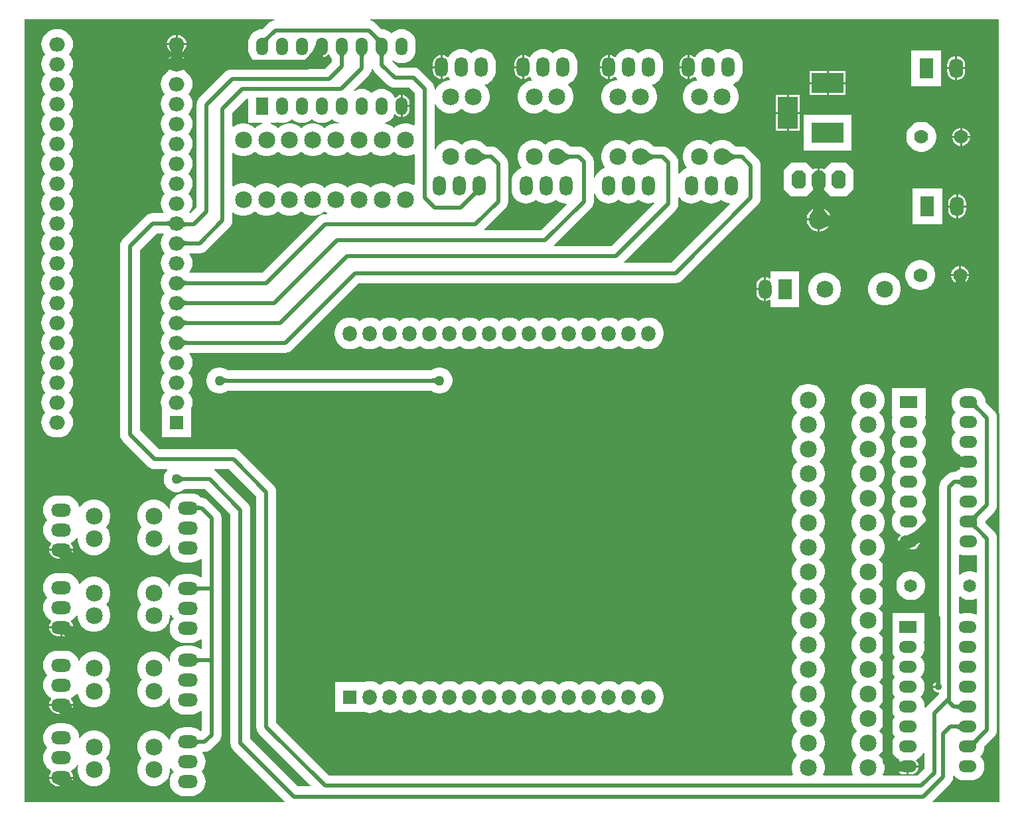
<source format=gtl>
G04*
G04 #@! TF.GenerationSoftware,Altium Limited,Altium Designer,21.3.2 (30)*
G04*
G04 Layer_Physical_Order=1*
G04 Layer_Color=255*
%FSLAX25Y25*%
%MOIN*%
G70*
G04*
G04 #@! TF.SameCoordinates,223A028E-27ED-44F5-9DF7-BD247C2F6700*
G04*
G04*
G04 #@! TF.FilePolarity,Positive*
G04*
G01*
G75*
%ADD38C,0.05000*%
%ADD39C,0.02000*%
%ADD40O,0.07874X0.07087*%
%ADD41R,0.06890X0.06890*%
%ADD42C,0.08500*%
%ADD43R,0.06890X0.06890*%
%ADD44O,0.07087X0.07874*%
%ADD45R,0.09000X0.06000*%
%ADD46O,0.09000X0.06000*%
%ADD47O,0.06000X0.09000*%
%ADD48R,0.06000X0.09000*%
%ADD49O,0.06600X0.10000*%
G04:AMPARAMS|DCode=50|XSize=70mil|YSize=90mil|CornerRadius=0mil|HoleSize=0mil|Usage=FLASHONLY|Rotation=180.000|XOffset=0mil|YOffset=0mil|HoleType=Round|Shape=Octagon|*
%AMOCTAGOND50*
4,1,8,0.01750,-0.04500,-0.01750,-0.04500,-0.03500,-0.02750,-0.03500,0.02750,-0.01750,0.04500,0.01750,0.04500,0.03500,0.02750,0.03500,-0.02750,0.01750,-0.04500,0.0*
%
%ADD50OCTAGOND50*%

%ADD51C,0.10000*%
%ADD52R,0.07000X0.10000*%
%ADD53O,0.07000X0.10000*%
%ADD54O,0.10000X0.06600*%
%ADD55C,0.07000*%
%ADD56R,0.10000X0.16000*%
%ADD57R,0.16000X0.10000*%
%ADD58C,0.06496*%
%ADD59O,0.06500X0.10000*%
%ADD60R,0.06500X0.10000*%
%ADD61C,0.03500*%
%ADD62C,0.05000*%
G36*
X128115Y388701D02*
X127772Y388344D01*
X127239Y387698D01*
X127048Y387410D01*
X126909Y387144D01*
X126821Y386901D01*
X126783Y386681D01*
X126796Y386484D01*
X126860Y386309D01*
X126975Y386157D01*
X124157Y388975D01*
X124309Y388860D01*
X124484Y388796D01*
X124681Y388783D01*
X124901Y388821D01*
X125144Y388909D01*
X125410Y389048D01*
X125698Y389239D01*
X126010Y389480D01*
X126344Y389772D01*
X126700Y390115D01*
X128115Y388701D01*
D02*
G37*
G36*
X181656Y389772D02*
X182302Y389239D01*
X182590Y389048D01*
X182856Y388909D01*
X183099Y388821D01*
X183319Y388783D01*
X183517Y388796D01*
X183691Y388860D01*
X183843Y388975D01*
X181025Y386157D01*
X181140Y386309D01*
X181204Y386484D01*
X181217Y386681D01*
X181179Y386901D01*
X181091Y387144D01*
X180952Y387410D01*
X180761Y387698D01*
X180520Y388010D01*
X180228Y388344D01*
X179885Y388701D01*
X181299Y390115D01*
X181656Y389772D01*
D02*
G37*
G36*
X185804Y380759D02*
X185635Y380681D01*
X185486Y380551D01*
X185357Y380368D01*
X185248Y380134D01*
X185159Y379848D01*
X185089Y379509D01*
X185040Y379118D01*
X185010Y378676D01*
X185000Y378181D01*
X183000D01*
X182990Y378676D01*
X182911Y379509D01*
X182841Y379848D01*
X182752Y380134D01*
X182643Y380368D01*
X182514Y380551D01*
X182365Y380681D01*
X182196Y380759D01*
X182008Y380785D01*
X185992D01*
X185804Y380759D01*
D02*
G37*
G36*
X175804D02*
X175635Y380681D01*
X175486Y380551D01*
X175357Y380368D01*
X175248Y380134D01*
X175159Y379848D01*
X175089Y379509D01*
X175040Y379118D01*
X175010Y378676D01*
X175000Y378181D01*
X173000D01*
X172990Y378676D01*
X172911Y379509D01*
X172841Y379848D01*
X172752Y380134D01*
X172643Y380368D01*
X172514Y380551D01*
X172365Y380681D01*
X172196Y380759D01*
X172008Y380785D01*
X175992D01*
X175804Y380759D01*
D02*
G37*
G36*
X165804D02*
X165635Y380681D01*
X165486Y380551D01*
X165357Y380368D01*
X165248Y380134D01*
X165159Y379848D01*
X165089Y379509D01*
X165040Y379118D01*
X165010Y378676D01*
X165000Y378181D01*
X163000D01*
X162990Y378676D01*
X162911Y379509D01*
X162841Y379848D01*
X162752Y380134D01*
X162643Y380368D01*
X162514Y380551D01*
X162365Y380681D01*
X162196Y380759D01*
X162008Y380785D01*
X165992D01*
X165804Y380759D01*
D02*
G37*
G36*
X494455Y4893D02*
X494102Y4539D01*
X460824D01*
X460633Y5001D01*
X469566Y13934D01*
X470367Y14978D01*
X470871Y16195D01*
X471043Y17500D01*
X471043Y17500D01*
Y17764D01*
X471514Y17932D01*
X471765Y17626D01*
X472831Y16752D01*
X474047Y16102D01*
X475366Y15701D01*
X476739Y15566D01*
X479739D01*
X481111Y15701D01*
X482430Y16102D01*
X483646Y16752D01*
X484712Y17626D01*
X485587Y18692D01*
X486237Y19908D01*
X486637Y21228D01*
X486772Y22600D01*
X486637Y23972D01*
X486237Y25292D01*
X485587Y26508D01*
X485004Y27219D01*
X484731Y27600D01*
X485004Y27981D01*
X485587Y28692D01*
X486237Y29908D01*
X486637Y31228D01*
X486772Y32600D01*
X486769Y32637D01*
X491566Y37434D01*
X492368Y38478D01*
X492871Y39695D01*
X493043Y41000D01*
Y137200D01*
X492871Y138505D01*
X492368Y139722D01*
X491566Y140766D01*
X487224Y145108D01*
X487272Y145600D01*
X487224Y146092D01*
X491566Y150434D01*
X492368Y151478D01*
X492871Y152695D01*
X493043Y154000D01*
Y197839D01*
X492871Y199144D01*
X492368Y200360D01*
X491566Y201405D01*
X487262Y205709D01*
X487137Y206972D01*
X486737Y208292D01*
X486087Y209508D01*
X485212Y210574D01*
X484146Y211449D01*
X482930Y212099D01*
X481611Y212499D01*
X480239Y212634D01*
X477239D01*
X475866Y212499D01*
X474547Y212099D01*
X473331Y211449D01*
X472265Y210574D01*
X471390Y209508D01*
X470740Y208292D01*
X470340Y206972D01*
X470205Y205600D01*
X470340Y204228D01*
X470740Y202908D01*
X471390Y201692D01*
X471974Y200981D01*
X472246Y200600D01*
X471974Y200219D01*
X471390Y199508D01*
X470740Y198292D01*
X470340Y196972D01*
X470205Y195600D01*
X470340Y194228D01*
X470740Y192908D01*
X471390Y191692D01*
X471974Y190981D01*
X472246Y190600D01*
X471974Y190219D01*
X471390Y189508D01*
X470740Y188292D01*
X470340Y186972D01*
X470205Y185600D01*
X470340Y184228D01*
X470740Y182908D01*
X471390Y181692D01*
X472265Y180626D01*
X473331Y179752D01*
X474466Y179145D01*
X474617Y178630D01*
X474386Y178453D01*
X474255Y178283D01*
X476090Y178374D01*
Y176100D01*
X478739D01*
Y175100D01*
X476090D01*
Y172826D01*
X475942Y172878D01*
X475705Y172925D01*
X475378Y172966D01*
X474455Y173031D01*
X474164Y173037D01*
X474386Y172747D01*
X474617Y172570D01*
X474466Y172055D01*
X473331Y171449D01*
X472350Y170643D01*
X471600D01*
X471600Y170643D01*
X470295Y170471D01*
X469078Y169967D01*
X468034Y169166D01*
X465434Y166566D01*
X464633Y165522D01*
X464129Y164305D01*
X463957Y163000D01*
Y65463D01*
X464500Y65501D01*
X464502Y65240D01*
X464563Y64423D01*
X464591Y64276D01*
X464623Y64152D01*
X464661Y64051D01*
X464704Y63973D01*
X464752Y63918D01*
X462306Y63778D01*
X462343Y63832D01*
X462376Y63909D01*
X462405Y64010D01*
X462430Y64134D01*
X462451Y64280D01*
X462483Y64643D01*
X462495Y65137D01*
X461911Y64801D01*
X461399Y64289D01*
X461037Y63661D01*
X460887Y63100D01*
X463600D01*
Y62100D01*
X460887D01*
X461037Y61538D01*
X461399Y60912D01*
X461911Y60400D01*
X462538Y60037D01*
X463238Y59850D01*
X463957D01*
Y59089D01*
X457934Y53066D01*
X457231Y52149D01*
X456747Y52340D01*
X456772Y52600D01*
X456637Y53972D01*
X456237Y55292D01*
X455587Y56508D01*
X455004Y57219D01*
X454731Y57600D01*
X455004Y57981D01*
X455587Y58692D01*
X456237Y59908D01*
X456637Y61228D01*
X456772Y62600D01*
X456637Y63972D01*
X456237Y65292D01*
X455587Y66508D01*
X455004Y67219D01*
X454731Y67600D01*
X455004Y67981D01*
X455587Y68692D01*
X456237Y69908D01*
X456637Y71228D01*
X456772Y72600D01*
X456637Y73972D01*
X456237Y75292D01*
X455587Y76508D01*
X455004Y77219D01*
X454731Y77600D01*
X455004Y77981D01*
X455587Y78692D01*
X456237Y79908D01*
X456637Y81228D01*
X456772Y82600D01*
X456637Y83972D01*
X456295Y85100D01*
X456582Y85600D01*
X456739D01*
Y99600D01*
X440585D01*
X440520Y98950D01*
X440500Y98000D01*
X439739Y98914D01*
Y85600D01*
X439895D01*
X440182Y85100D01*
X439840Y83972D01*
X439705Y82600D01*
X439840Y81228D01*
X440240Y79908D01*
X440890Y78692D01*
X441473Y77981D01*
X441746Y77600D01*
X441473Y77219D01*
X440890Y76508D01*
X440240Y75292D01*
X439840Y73972D01*
X439705Y72600D01*
X439840Y71228D01*
X440240Y69908D01*
X440890Y68692D01*
X441473Y67981D01*
X441746Y67600D01*
X441473Y67219D01*
X440890Y66508D01*
X440240Y65292D01*
X439840Y63972D01*
X439705Y62600D01*
X439840Y61228D01*
X440240Y59908D01*
X440890Y58692D01*
X441473Y57981D01*
X441746Y57600D01*
X441473Y57219D01*
X440890Y56508D01*
X440240Y55292D01*
X439840Y53972D01*
X439705Y52600D01*
X439840Y51228D01*
X440240Y49908D01*
X440890Y48692D01*
X441473Y47981D01*
X441746Y47600D01*
X441473Y47219D01*
X440890Y46508D01*
X440240Y45292D01*
X439840Y43972D01*
X439705Y42600D01*
X439840Y41228D01*
X440240Y39908D01*
X440890Y38692D01*
X441473Y37981D01*
X441746Y37600D01*
X441473Y37219D01*
X440890Y36508D01*
X440240Y35292D01*
X439840Y33972D01*
X439705Y32600D01*
X439840Y31228D01*
X440240Y29908D01*
X440890Y28692D01*
X441765Y27626D01*
X442831Y26752D01*
X443966Y26145D01*
X444117Y25630D01*
X443886Y25453D01*
X443245Y24617D01*
X442841Y23644D01*
X442770Y23100D01*
X453707D01*
X453636Y23644D01*
X453233Y24617D01*
X452591Y25453D01*
X452360Y25630D01*
X452511Y26145D01*
X453646Y26752D01*
X454712Y27626D01*
X455587Y28692D01*
X455957Y29384D01*
X456457Y29259D01*
Y21589D01*
X452911Y18043D01*
X436040D01*
X435706Y18543D01*
X436171Y19668D01*
X436489Y21261D01*
Y22887D01*
X436171Y24480D01*
X435550Y25982D01*
X434647Y27333D01*
X433755Y28225D01*
X434647Y29117D01*
X435550Y30468D01*
X436171Y31969D01*
X436489Y33563D01*
Y35188D01*
X436171Y36782D01*
X435550Y38284D01*
X434647Y39635D01*
X433755Y40527D01*
X434647Y41418D01*
X435550Y42770D01*
X436171Y44271D01*
X436489Y45865D01*
Y47490D01*
X436171Y49084D01*
X435550Y50585D01*
X434647Y51937D01*
X433755Y52828D01*
X434647Y53720D01*
X435550Y55071D01*
X436171Y56573D01*
X436489Y58167D01*
Y59792D01*
X436171Y61386D01*
X435550Y62887D01*
X434647Y64238D01*
X433755Y65130D01*
X434647Y66022D01*
X435550Y67373D01*
X436171Y68875D01*
X436489Y70468D01*
Y72093D01*
X436171Y73687D01*
X435550Y75189D01*
X434647Y76540D01*
X433755Y77432D01*
X434647Y78324D01*
X435550Y79675D01*
X436171Y81176D01*
X436489Y82770D01*
Y84395D01*
X436171Y85989D01*
X435550Y87490D01*
X434647Y88842D01*
X433755Y89733D01*
X434647Y90625D01*
X435550Y91976D01*
X436171Y93478D01*
X436489Y95072D01*
Y96697D01*
X436171Y98291D01*
X435550Y99792D01*
X434647Y101143D01*
X433755Y102035D01*
X434647Y102927D01*
X435550Y104278D01*
X436171Y105780D01*
X436489Y107373D01*
Y108999D01*
X436171Y110592D01*
X435550Y112094D01*
X434647Y113445D01*
X433755Y114337D01*
X434647Y115229D01*
X435550Y116580D01*
X436171Y118081D01*
X436489Y119675D01*
Y121300D01*
X436171Y122894D01*
X435550Y124396D01*
X434647Y125747D01*
X433755Y126639D01*
X434647Y127530D01*
X435550Y128882D01*
X436171Y130383D01*
X436489Y131977D01*
Y133602D01*
X436171Y135196D01*
X435550Y136697D01*
X434647Y138049D01*
X433755Y138940D01*
X434647Y139832D01*
X435550Y141183D01*
X436171Y142685D01*
X436489Y144279D01*
Y145904D01*
X436171Y147497D01*
X435550Y148999D01*
X434647Y150350D01*
X433755Y151242D01*
X434647Y152134D01*
X435550Y153485D01*
X436171Y154986D01*
X436489Y156580D01*
Y158205D01*
X436171Y159799D01*
X435550Y161301D01*
X434647Y162652D01*
X433755Y163544D01*
X434647Y164435D01*
X435550Y165787D01*
X436171Y167288D01*
X436489Y168882D01*
Y170507D01*
X436171Y172101D01*
X435550Y173602D01*
X434647Y174954D01*
X433755Y175845D01*
X434647Y176737D01*
X435550Y178088D01*
X436171Y179590D01*
X436489Y181184D01*
Y182809D01*
X436171Y184403D01*
X435550Y185904D01*
X434647Y187255D01*
X433755Y188147D01*
X434647Y189039D01*
X435550Y190390D01*
X436171Y191892D01*
X436489Y193485D01*
Y195110D01*
X436171Y196704D01*
X435550Y198206D01*
X434647Y199557D01*
X433755Y200449D01*
X434647Y201341D01*
X435550Y202692D01*
X436171Y204193D01*
X436489Y205787D01*
Y207412D01*
X436171Y209006D01*
X435550Y210507D01*
X434647Y211859D01*
X433498Y213008D01*
X432146Y213911D01*
X430645Y214533D01*
X429051Y214850D01*
X427426D01*
X425832Y214533D01*
X424331Y213911D01*
X422979Y213008D01*
X421830Y211859D01*
X420927Y210507D01*
X420306Y209006D01*
X419989Y207412D01*
Y205787D01*
X420306Y204193D01*
X420927Y202692D01*
X421830Y201341D01*
X422722Y200449D01*
X421830Y199557D01*
X420927Y198206D01*
X420306Y196704D01*
X419989Y195110D01*
Y193485D01*
X420306Y191892D01*
X420927Y190390D01*
X421830Y189039D01*
X422722Y188147D01*
X421830Y187255D01*
X420927Y185904D01*
X420306Y184403D01*
X419989Y182809D01*
Y181184D01*
X420306Y179590D01*
X420927Y178088D01*
X421830Y176737D01*
X422722Y175845D01*
X421830Y174954D01*
X420927Y173602D01*
X420306Y172101D01*
X419989Y170507D01*
Y168882D01*
X420306Y167288D01*
X420927Y165787D01*
X421830Y164435D01*
X422722Y163544D01*
X421830Y162652D01*
X420927Y161301D01*
X420306Y159799D01*
X419989Y158205D01*
Y156580D01*
X420306Y154986D01*
X420927Y153485D01*
X421830Y152134D01*
X422722Y151242D01*
X421830Y150350D01*
X420927Y148999D01*
X420306Y147497D01*
X419989Y145904D01*
Y144279D01*
X420306Y142685D01*
X420927Y141183D01*
X421830Y139832D01*
X422722Y138940D01*
X421830Y138049D01*
X420927Y136697D01*
X420306Y135196D01*
X419989Y133602D01*
Y131977D01*
X420306Y130383D01*
X420927Y128882D01*
X421830Y127530D01*
X422722Y126639D01*
X421830Y125747D01*
X420927Y124396D01*
X420306Y122894D01*
X419989Y121300D01*
Y119675D01*
X420306Y118081D01*
X420927Y116580D01*
X421830Y115229D01*
X422722Y114337D01*
X421830Y113445D01*
X420927Y112094D01*
X420306Y110592D01*
X419989Y108999D01*
Y107373D01*
X420306Y105780D01*
X420927Y104278D01*
X421830Y102927D01*
X422722Y102035D01*
X421830Y101143D01*
X420927Y99792D01*
X420306Y98291D01*
X419989Y96697D01*
Y95072D01*
X420306Y93478D01*
X420927Y91976D01*
X421830Y90625D01*
X422722Y89733D01*
X421830Y88842D01*
X420927Y87490D01*
X420306Y85989D01*
X419989Y84395D01*
Y82770D01*
X420306Y81176D01*
X420927Y79675D01*
X421830Y78324D01*
X422722Y77432D01*
X421830Y76540D01*
X420927Y75189D01*
X420306Y73687D01*
X419989Y72093D01*
Y70468D01*
X420306Y68875D01*
X420927Y67373D01*
X421830Y66022D01*
X422722Y65130D01*
X421830Y64238D01*
X420927Y62887D01*
X420306Y61386D01*
X419989Y59792D01*
Y58167D01*
X420306Y56573D01*
X420927Y55071D01*
X421830Y53720D01*
X422722Y52828D01*
X421830Y51937D01*
X420927Y50585D01*
X420306Y49084D01*
X419989Y47490D01*
Y45865D01*
X420306Y44271D01*
X420927Y42770D01*
X421830Y41418D01*
X422722Y40527D01*
X421830Y39635D01*
X420927Y38284D01*
X420306Y36782D01*
X419989Y35188D01*
Y33563D01*
X420306Y31969D01*
X420927Y30468D01*
X421830Y29117D01*
X422722Y28225D01*
X421830Y27333D01*
X420927Y25982D01*
X420306Y24480D01*
X419989Y22887D01*
Y21261D01*
X420306Y19668D01*
X420771Y18543D01*
X420437Y18043D01*
X406040D01*
X405706Y18543D01*
X406172Y19668D01*
X406489Y21261D01*
Y22887D01*
X406172Y24480D01*
X405550Y25982D01*
X404647Y27333D01*
X403755Y28225D01*
X404647Y29117D01*
X405550Y30468D01*
X406172Y31969D01*
X406489Y33563D01*
Y35188D01*
X406172Y36782D01*
X405550Y38284D01*
X404647Y39635D01*
X403755Y40527D01*
X404647Y41418D01*
X405550Y42770D01*
X406172Y44271D01*
X406489Y45865D01*
Y47490D01*
X406172Y49084D01*
X405550Y50585D01*
X404647Y51937D01*
X403755Y52828D01*
X404647Y53720D01*
X405550Y55071D01*
X406172Y56573D01*
X406489Y58167D01*
Y59792D01*
X406172Y61386D01*
X405550Y62887D01*
X404647Y64238D01*
X403755Y65130D01*
X404647Y66022D01*
X405550Y67373D01*
X406172Y68875D01*
X406489Y70468D01*
Y72093D01*
X406172Y73687D01*
X405550Y75189D01*
X404647Y76540D01*
X403755Y77432D01*
X404647Y78324D01*
X405550Y79675D01*
X406172Y81176D01*
X406489Y82770D01*
Y84395D01*
X406172Y85989D01*
X405550Y87490D01*
X404647Y88842D01*
X403755Y89733D01*
X404647Y90625D01*
X405550Y91976D01*
X406172Y93478D01*
X406489Y95072D01*
Y96697D01*
X406172Y98291D01*
X405550Y99792D01*
X404647Y101143D01*
X403755Y102035D01*
X404647Y102927D01*
X405550Y104278D01*
X406172Y105780D01*
X406489Y107373D01*
Y108999D01*
X406172Y110592D01*
X405550Y112094D01*
X404647Y113445D01*
X403755Y114337D01*
X404647Y115229D01*
X405550Y116580D01*
X406172Y118081D01*
X406489Y119675D01*
Y121300D01*
X406172Y122894D01*
X405550Y124396D01*
X404647Y125747D01*
X403755Y126639D01*
X404647Y127530D01*
X405550Y128882D01*
X406172Y130383D01*
X406489Y131977D01*
Y133602D01*
X406172Y135196D01*
X405550Y136697D01*
X404647Y138049D01*
X403755Y138940D01*
X404647Y139832D01*
X405550Y141183D01*
X406172Y142685D01*
X406489Y144279D01*
Y145904D01*
X406172Y147497D01*
X405550Y148999D01*
X404647Y150350D01*
X403755Y151242D01*
X404647Y152134D01*
X405550Y153485D01*
X406172Y154986D01*
X406489Y156580D01*
Y158205D01*
X406172Y159799D01*
X405550Y161301D01*
X404647Y162652D01*
X403755Y163544D01*
X404647Y164435D01*
X405550Y165787D01*
X406172Y167288D01*
X406489Y168882D01*
Y170507D01*
X406172Y172101D01*
X405550Y173602D01*
X404647Y174954D01*
X403755Y175845D01*
X404647Y176737D01*
X405550Y178088D01*
X406172Y179590D01*
X406489Y181184D01*
Y182809D01*
X406172Y184403D01*
X405550Y185904D01*
X404647Y187255D01*
X403755Y188147D01*
X404647Y189039D01*
X405550Y190390D01*
X406172Y191892D01*
X406489Y193485D01*
Y195110D01*
X406172Y196704D01*
X405550Y198206D01*
X404647Y199557D01*
X403755Y200449D01*
X404647Y201341D01*
X405550Y202692D01*
X406172Y204193D01*
X406489Y205787D01*
Y207412D01*
X406172Y209006D01*
X405550Y210507D01*
X404647Y211859D01*
X403498Y213008D01*
X402146Y213911D01*
X400645Y214533D01*
X399051Y214850D01*
X397426D01*
X395832Y214533D01*
X394331Y213911D01*
X392980Y213008D01*
X391830Y211859D01*
X390928Y210507D01*
X390306Y209006D01*
X389989Y207412D01*
Y205787D01*
X390306Y204193D01*
X390928Y202692D01*
X391830Y201341D01*
X392722Y200449D01*
X391830Y199557D01*
X390928Y198206D01*
X390306Y196704D01*
X389989Y195110D01*
Y193485D01*
X390306Y191892D01*
X390928Y190390D01*
X391830Y189039D01*
X392722Y188147D01*
X391830Y187255D01*
X390928Y185904D01*
X390306Y184403D01*
X389989Y182809D01*
Y181184D01*
X390306Y179590D01*
X390928Y178088D01*
X391830Y176737D01*
X392722Y175845D01*
X391830Y174954D01*
X390928Y173602D01*
X390306Y172101D01*
X389989Y170507D01*
Y168882D01*
X390306Y167288D01*
X390928Y165787D01*
X391830Y164435D01*
X392722Y163544D01*
X391830Y162652D01*
X390928Y161301D01*
X390306Y159799D01*
X389989Y158205D01*
Y156580D01*
X390306Y154986D01*
X390928Y153485D01*
X391830Y152134D01*
X392722Y151242D01*
X391830Y150350D01*
X390928Y148999D01*
X390306Y147497D01*
X389989Y145904D01*
Y144279D01*
X390306Y142685D01*
X390928Y141183D01*
X391830Y139832D01*
X392722Y138940D01*
X391830Y138049D01*
X390928Y136697D01*
X390306Y135196D01*
X389989Y133602D01*
Y131977D01*
X390306Y130383D01*
X390928Y128882D01*
X391830Y127530D01*
X392722Y126639D01*
X391830Y125747D01*
X390928Y124396D01*
X390306Y122894D01*
X389989Y121300D01*
Y119675D01*
X390306Y118081D01*
X390928Y116580D01*
X391830Y115229D01*
X392722Y114337D01*
X391830Y113445D01*
X390928Y112094D01*
X390306Y110592D01*
X389989Y108999D01*
Y107373D01*
X390306Y105780D01*
X390928Y104278D01*
X391830Y102927D01*
X392722Y102035D01*
X391830Y101143D01*
X390928Y99792D01*
X390306Y98291D01*
X389989Y96697D01*
Y95072D01*
X390306Y93478D01*
X390928Y91976D01*
X391830Y90625D01*
X392722Y89733D01*
X391830Y88842D01*
X390928Y87490D01*
X390306Y85989D01*
X389989Y84395D01*
Y82770D01*
X390306Y81176D01*
X390928Y79675D01*
X391830Y78324D01*
X392722Y77432D01*
X391830Y76540D01*
X390928Y75189D01*
X390306Y73687D01*
X389989Y72093D01*
Y70468D01*
X390306Y68875D01*
X390928Y67373D01*
X391830Y66022D01*
X392722Y65130D01*
X391830Y64238D01*
X390928Y62887D01*
X390306Y61386D01*
X389989Y59792D01*
Y58167D01*
X390306Y56573D01*
X390928Y55071D01*
X391830Y53720D01*
X392722Y52828D01*
X391830Y51937D01*
X390928Y50585D01*
X390306Y49084D01*
X389989Y47490D01*
Y45865D01*
X390306Y44271D01*
X390928Y42770D01*
X391830Y41418D01*
X392722Y40527D01*
X391830Y39635D01*
X390928Y38284D01*
X390306Y36782D01*
X389989Y35188D01*
Y33563D01*
X390306Y31969D01*
X390928Y30468D01*
X391830Y29117D01*
X392722Y28225D01*
X391830Y27333D01*
X390928Y25982D01*
X390306Y24480D01*
X389989Y22887D01*
Y21261D01*
X390306Y19668D01*
X390771Y18543D01*
X390437Y18043D01*
X157589D01*
X131043Y44589D01*
Y160500D01*
X130871Y161805D01*
X130368Y163022D01*
X129566Y164066D01*
X113066Y180566D01*
X112022Y181368D01*
X110805Y181871D01*
X109500Y182043D01*
X72089D01*
X62543Y191589D01*
Y281911D01*
X71089Y290457D01*
X74331D01*
X74545Y290005D01*
X74304Y289711D01*
X73603Y288401D01*
X73172Y286979D01*
X73027Y285500D01*
X73172Y284021D01*
X73603Y282599D01*
X74304Y281289D01*
X74951Y280500D01*
X74304Y279711D01*
X73603Y278401D01*
X73172Y276979D01*
X73027Y275500D01*
X73172Y274021D01*
X73603Y272599D01*
X74304Y271289D01*
X74951Y270500D01*
X74304Y269711D01*
X73603Y268401D01*
X73172Y266979D01*
X73027Y265500D01*
X73172Y264021D01*
X73603Y262599D01*
X74304Y261289D01*
X74951Y260500D01*
X74304Y259711D01*
X73603Y258401D01*
X73172Y256979D01*
X73027Y255500D01*
X73172Y254021D01*
X73603Y252599D01*
X74304Y251289D01*
X74951Y250500D01*
X74304Y249711D01*
X73603Y248401D01*
X73172Y246979D01*
X73027Y245500D01*
X73172Y244021D01*
X73603Y242599D01*
X74304Y241289D01*
X74951Y240500D01*
X74304Y239711D01*
X73603Y238401D01*
X73172Y236979D01*
X73027Y235500D01*
X73172Y234021D01*
X73603Y232599D01*
X74304Y231289D01*
X74951Y230500D01*
X74304Y229711D01*
X73603Y228401D01*
X73172Y226979D01*
X73027Y225500D01*
X73172Y224021D01*
X73603Y222599D01*
X74304Y221289D01*
X74951Y220500D01*
X74304Y219711D01*
X73603Y218401D01*
X73172Y216979D01*
X73027Y215500D01*
X73172Y214021D01*
X73603Y212599D01*
X74304Y211289D01*
X74951Y210500D01*
X74304Y209711D01*
X73603Y208401D01*
X73172Y206979D01*
X73027Y205500D01*
X73172Y204021D01*
X73555Y202759D01*
Y188055D01*
X88445D01*
Y202759D01*
X88828Y204021D01*
X88973Y205500D01*
X88828Y206979D01*
X88397Y208401D01*
X87696Y209711D01*
X87049Y210500D01*
X87696Y211289D01*
X88397Y212599D01*
X88828Y214021D01*
X88973Y215500D01*
X88828Y216979D01*
X88397Y218401D01*
X87696Y219711D01*
X87049Y220500D01*
X87696Y221289D01*
X88397Y222599D01*
X88828Y224021D01*
X88973Y225500D01*
X88828Y226979D01*
X88397Y228401D01*
X87696Y229711D01*
X87455Y230005D01*
X87669Y230457D01*
X135500D01*
X136805Y230629D01*
X138022Y231133D01*
X139066Y231934D01*
X172589Y265457D01*
X331500D01*
X332805Y265629D01*
X334022Y266132D01*
X335066Y266934D01*
X372895Y304762D01*
X373696Y305807D01*
X374200Y307023D01*
X374372Y308328D01*
Y324500D01*
X374200Y325805D01*
X373696Y327022D01*
X372895Y328066D01*
X368394Y332566D01*
X367350Y333367D01*
X366134Y333871D01*
X364828Y334043D01*
X362389D01*
X362345Y334045D01*
X362179Y334065D01*
X362030Y334095D01*
X361889Y334137D01*
X361750Y334191D01*
X361607Y334261D01*
X361455Y334352D01*
X361289Y334469D01*
X361110Y334618D01*
X360820Y334894D01*
X360646Y335022D01*
X360259Y335408D01*
X358908Y336311D01*
X357406Y336933D01*
X355813Y337250D01*
X354187D01*
X352594Y336933D01*
X351092Y336311D01*
X349741Y335408D01*
X349250Y334917D01*
X348759Y335408D01*
X347408Y336311D01*
X345906Y336933D01*
X344313Y337250D01*
X342687D01*
X341094Y336933D01*
X339592Y336311D01*
X338241Y335408D01*
X337092Y334259D01*
X336189Y332908D01*
X335567Y331406D01*
X335250Y329813D01*
Y328187D01*
X335567Y326594D01*
X336189Y325092D01*
X337092Y323741D01*
X337241Y323591D01*
X337120Y323106D01*
X336693Y322977D01*
X335425Y322299D01*
X334313Y321387D01*
X333543Y320449D01*
X333043Y320627D01*
Y326000D01*
X332871Y327305D01*
X332367Y328522D01*
X331566Y329566D01*
X328566Y332566D01*
X327522Y333367D01*
X326305Y333871D01*
X325000Y334043D01*
X321389D01*
X321345Y334045D01*
X321179Y334065D01*
X321030Y334095D01*
X320889Y334137D01*
X320750Y334191D01*
X320607Y334261D01*
X320455Y334352D01*
X320289Y334469D01*
X320110Y334618D01*
X319820Y334894D01*
X319646Y335022D01*
X319259Y335408D01*
X317908Y336311D01*
X316406Y336933D01*
X314813Y337250D01*
X313187D01*
X311594Y336933D01*
X310092Y336311D01*
X308741Y335408D01*
X308250Y334917D01*
X307759Y335408D01*
X306408Y336311D01*
X304906Y336933D01*
X303313Y337250D01*
X301687D01*
X300094Y336933D01*
X298592Y336311D01*
X297241Y335408D01*
X296092Y334259D01*
X295189Y332908D01*
X294567Y331406D01*
X294250Y329813D01*
Y328187D01*
X294567Y326594D01*
X295189Y325092D01*
X296075Y323767D01*
X296116Y323676D01*
X295949Y323206D01*
X295193Y322977D01*
X293925Y322299D01*
X292813Y321387D01*
X291901Y320275D01*
X291223Y319007D01*
X291043Y318414D01*
X290543Y318488D01*
Y326500D01*
X290371Y327805D01*
X289867Y329022D01*
X289066Y330066D01*
X286566Y332566D01*
X285522Y333367D01*
X284305Y333871D01*
X283000Y334043D01*
X279389D01*
X279345Y334045D01*
X279179Y334065D01*
X279030Y334095D01*
X278889Y334137D01*
X278750Y334191D01*
X278607Y334261D01*
X278455Y334352D01*
X278289Y334469D01*
X278110Y334618D01*
X277820Y334894D01*
X277646Y335022D01*
X277259Y335408D01*
X275908Y336311D01*
X274406Y336933D01*
X272813Y337250D01*
X271187D01*
X269594Y336933D01*
X268092Y336311D01*
X266741Y335408D01*
X266250Y334917D01*
X265759Y335408D01*
X264408Y336311D01*
X262906Y336933D01*
X261313Y337250D01*
X259687D01*
X258094Y336933D01*
X256592Y336311D01*
X255241Y335408D01*
X254092Y334259D01*
X253189Y332908D01*
X252567Y331406D01*
X252250Y329813D01*
Y328187D01*
X252567Y326594D01*
X253189Y325092D01*
X254092Y323741D01*
X254241Y323591D01*
X254120Y323106D01*
X253693Y322977D01*
X252425Y322299D01*
X251313Y321387D01*
X250401Y320275D01*
X249723Y319007D01*
X249306Y317631D01*
X249165Y316200D01*
Y312800D01*
X249306Y311369D01*
X249723Y309993D01*
X250401Y308725D01*
X251313Y307613D01*
X252425Y306701D01*
X253693Y306023D01*
X255069Y305606D01*
X256500Y305465D01*
X257931Y305606D01*
X259307Y306023D01*
X260575Y306701D01*
X261500Y307460D01*
X262425Y306701D01*
X263693Y306023D01*
X265069Y305606D01*
X266500Y305465D01*
X267931Y305606D01*
X269307Y306023D01*
X270575Y306701D01*
X271500Y307460D01*
X272425Y306701D01*
X273693Y306023D01*
X275069Y305606D01*
X276500Y305465D01*
X276685Y305483D01*
X276899Y305031D01*
X263911Y292043D01*
X235828D01*
X235637Y292505D01*
X246066Y302934D01*
X246867Y303978D01*
X247371Y305195D01*
X247543Y306500D01*
Y325500D01*
X247371Y326805D01*
X246867Y328022D01*
X246066Y329066D01*
X242566Y332566D01*
X241522Y333367D01*
X240305Y333871D01*
X239000Y334043D01*
X237389D01*
X237345Y334045D01*
X237179Y334065D01*
X237030Y334095D01*
X236889Y334137D01*
X236750Y334191D01*
X236607Y334261D01*
X236455Y334352D01*
X236289Y334469D01*
X236110Y334618D01*
X235820Y334894D01*
X235646Y335022D01*
X235259Y335408D01*
X233908Y336311D01*
X232406Y336933D01*
X230813Y337250D01*
X229187D01*
X227594Y336933D01*
X226092Y336311D01*
X224741Y335408D01*
X224250Y334917D01*
X223759Y335408D01*
X222408Y336311D01*
X220906Y336933D01*
X219313Y337250D01*
X217687D01*
X216094Y336933D01*
X214592Y336311D01*
X213241Y335408D01*
X212092Y334259D01*
X211189Y332908D01*
X211043Y332556D01*
X210543Y332655D01*
Y355345D01*
X211043Y355444D01*
X211189Y355092D01*
X212092Y353741D01*
X213241Y352592D01*
X214592Y351689D01*
X216094Y351067D01*
X217687Y350750D01*
X219313D01*
X220906Y351067D01*
X222408Y351689D01*
X223759Y352592D01*
X224250Y353083D01*
X224741Y352592D01*
X226092Y351689D01*
X227594Y351067D01*
X229187Y350750D01*
X230813D01*
X232406Y351067D01*
X233908Y351689D01*
X235259Y352592D01*
X236408Y353741D01*
X237311Y355092D01*
X237933Y356594D01*
X238250Y358187D01*
Y359813D01*
X237933Y361406D01*
X237311Y362908D01*
X236408Y364259D01*
X235875Y364792D01*
X235997Y365277D01*
X236807Y365523D01*
X238075Y366201D01*
X239187Y367113D01*
X240099Y368225D01*
X240777Y369493D01*
X241194Y370869D01*
X241335Y372300D01*
Y375700D01*
X241194Y377131D01*
X240777Y378507D01*
X240099Y379775D01*
X239187Y380887D01*
X238075Y381799D01*
X236807Y382477D01*
X235431Y382894D01*
X234000Y383035D01*
X232569Y382894D01*
X231193Y382477D01*
X229925Y381799D01*
X229000Y381040D01*
X228075Y381799D01*
X226807Y382477D01*
X225431Y382894D01*
X224000Y383035D01*
X222569Y382894D01*
X221193Y382477D01*
X219925Y381799D01*
X218813Y380887D01*
X217901Y379775D01*
X217476Y378981D01*
X216874Y378915D01*
X216169Y379456D01*
X215123Y379889D01*
X214500Y379971D01*
Y374000D01*
Y368029D01*
X215123Y368111D01*
X216169Y368544D01*
X216874Y369085D01*
X217476Y369019D01*
X217901Y368225D01*
X218330Y367702D01*
X218116Y367250D01*
X217687D01*
X216094Y366933D01*
X214592Y366311D01*
X213241Y365408D01*
X212092Y364259D01*
X211189Y362908D01*
X211043Y362556D01*
X210543Y362655D01*
Y363000D01*
X210543Y363000D01*
X210371Y364305D01*
X209868Y365522D01*
X209066Y366566D01*
X203395Y372238D01*
X202350Y373039D01*
X201134Y373543D01*
X199828Y373715D01*
X192589D01*
X189305Y376998D01*
X189328Y377132D01*
X189871Y377333D01*
X190092Y377151D01*
X191308Y376501D01*
X192628Y376101D01*
X194000Y375966D01*
X195372Y376101D01*
X196692Y376501D01*
X197908Y377151D01*
X198974Y378026D01*
X199848Y379092D01*
X200499Y380308D01*
X200899Y381628D01*
X201034Y383000D01*
Y386000D01*
X200899Y387372D01*
X200499Y388692D01*
X199848Y389908D01*
X198974Y390974D01*
X197908Y391848D01*
X196692Y392498D01*
X195372Y392899D01*
X194000Y393034D01*
X192628Y392899D01*
X191308Y392498D01*
X190092Y391848D01*
X189381Y391265D01*
X189000Y390992D01*
X188619Y391265D01*
X187908Y391848D01*
X186692Y392498D01*
X185372Y392899D01*
X184109Y393023D01*
X181066Y396066D01*
X180022Y396867D01*
X178805Y397371D01*
X178123Y397461D01*
X178155Y397961D01*
X493967D01*
X494455Y4893D01*
D02*
G37*
G36*
X179632Y372650D02*
X180434Y371605D01*
X186934Y365106D01*
X187978Y364304D01*
X189195Y363800D01*
X190500Y363628D01*
X197740D01*
X200457Y360911D01*
Y344974D01*
X200016Y344739D01*
X199908Y344811D01*
X198406Y345433D01*
X196812Y345750D01*
X195187D01*
X193594Y345433D01*
X192092Y344811D01*
X190741Y343908D01*
X190179Y343346D01*
X189616Y343908D01*
X188265Y344811D01*
X186764Y345433D01*
X185633Y345658D01*
X185608Y346173D01*
X186692Y346501D01*
X187908Y347151D01*
X188974Y348026D01*
X189848Y349092D01*
X190455Y350227D01*
X190970Y350379D01*
X191147Y350147D01*
X191983Y349506D01*
X192956Y349103D01*
X193500Y349031D01*
Y354500D01*
Y359969D01*
X192956Y359897D01*
X191983Y359494D01*
X191147Y358853D01*
X190970Y358621D01*
X190455Y358772D01*
X189848Y359908D01*
X188974Y360974D01*
X187908Y361848D01*
X186692Y362498D01*
X185372Y362899D01*
X184000Y363034D01*
X182628Y362899D01*
X181308Y362498D01*
X180092Y361848D01*
X179381Y361265D01*
X179000Y360993D01*
X178619Y361265D01*
X177908Y361848D01*
X176692Y362498D01*
X175372Y362899D01*
X174000Y363034D01*
X172628Y362899D01*
X171308Y362498D01*
X170297Y361958D01*
X169996Y362364D01*
X177566Y369934D01*
X178367Y370978D01*
X178871Y372195D01*
X178970Y372943D01*
X179483Y373011D01*
X179632Y372650D01*
D02*
G37*
G36*
X159381Y347735D02*
X160092Y347151D01*
X161308Y346501D01*
X162527Y346132D01*
X162405Y345646D01*
X161884Y345750D01*
X160259D01*
X158665Y345433D01*
X157164Y344811D01*
X155812Y343908D01*
X155250Y343346D01*
X154688Y343908D01*
X153336Y344811D01*
X151835Y345433D01*
X150241Y345750D01*
X148616D01*
X147022Y345433D01*
X145521Y344811D01*
X144169Y343908D01*
X143607Y343346D01*
X143045Y343908D01*
X141693Y344811D01*
X140192Y345433D01*
X138598Y345750D01*
X136973D01*
X135379Y345433D01*
X133878Y344811D01*
X132527Y343908D01*
X131964Y343346D01*
X131402Y343908D01*
X130051Y344811D01*
X128549Y345433D01*
X128212Y345500D01*
X128261Y346000D01*
X131000D01*
Y346157D01*
X131500Y346443D01*
X132628Y346101D01*
X134000Y345966D01*
X135372Y346101D01*
X136692Y346501D01*
X137908Y347151D01*
X138619Y347735D01*
X139000Y348007D01*
X139381Y347735D01*
X140092Y347151D01*
X141308Y346501D01*
X142628Y346101D01*
X144000Y345966D01*
X145372Y346101D01*
X146692Y346501D01*
X147908Y347151D01*
X148619Y347735D01*
X149000Y348007D01*
X149381Y347735D01*
X150092Y347151D01*
X151308Y346501D01*
X152628Y346101D01*
X154000Y345966D01*
X155372Y346101D01*
X156692Y346501D01*
X157908Y347151D01*
X158619Y347735D01*
X159000Y348007D01*
X159381Y347735D01*
D02*
G37*
G36*
X117000Y346000D02*
X124024D01*
X124073Y345500D01*
X123736Y345433D01*
X122235Y344811D01*
X120884Y343908D01*
X120321Y343346D01*
X119759Y343908D01*
X118408Y344811D01*
X116906Y345433D01*
X115313Y345750D01*
X113687D01*
X112094Y345433D01*
X110592Y344811D01*
X109543Y344110D01*
X109043Y344377D01*
Y350911D01*
X116089Y357957D01*
X117000D01*
Y346000D01*
D02*
G37*
G36*
X190741Y331092D02*
X192092Y330189D01*
X193594Y329567D01*
X195187Y329250D01*
X196812D01*
X198406Y329567D01*
X199908Y330189D01*
X200016Y330261D01*
X200457Y330026D01*
Y314974D01*
X200016Y314739D01*
X199908Y314811D01*
X198406Y315433D01*
X196812Y315750D01*
X195187D01*
X193594Y315433D01*
X192092Y314811D01*
X190741Y313908D01*
X190179Y313346D01*
X189616Y313908D01*
X188265Y314811D01*
X186764Y315433D01*
X185170Y315750D01*
X183545D01*
X181951Y315433D01*
X180449Y314811D01*
X179098Y313908D01*
X178536Y313346D01*
X177973Y313908D01*
X176622Y314811D01*
X175121Y315433D01*
X173527Y315750D01*
X171902D01*
X170308Y315433D01*
X168806Y314811D01*
X167455Y313908D01*
X166893Y313346D01*
X166331Y313908D01*
X164979Y314811D01*
X163478Y315433D01*
X161884Y315750D01*
X160259D01*
X158665Y315433D01*
X157164Y314811D01*
X155812Y313908D01*
X155250Y313346D01*
X154688Y313908D01*
X153336Y314811D01*
X151835Y315433D01*
X150241Y315750D01*
X148616D01*
X147022Y315433D01*
X145521Y314811D01*
X144169Y313908D01*
X143607Y313346D01*
X143045Y313908D01*
X141693Y314811D01*
X140192Y315433D01*
X138598Y315750D01*
X136973D01*
X135379Y315433D01*
X133878Y314811D01*
X132527Y313908D01*
X131964Y313346D01*
X131402Y313908D01*
X130051Y314811D01*
X128549Y315433D01*
X126955Y315750D01*
X125330D01*
X123736Y315433D01*
X122235Y314811D01*
X120884Y313908D01*
X120321Y313346D01*
X119759Y313908D01*
X118408Y314811D01*
X116906Y315433D01*
X115313Y315750D01*
X113687D01*
X112094Y315433D01*
X110592Y314811D01*
X109543Y314110D01*
X109043Y314377D01*
Y330623D01*
X109543Y330890D01*
X110592Y330189D01*
X112094Y329567D01*
X113687Y329250D01*
X115313D01*
X116906Y329567D01*
X118408Y330189D01*
X119759Y331092D01*
X120321Y331654D01*
X120884Y331092D01*
X122235Y330189D01*
X123736Y329567D01*
X125330Y329250D01*
X126955D01*
X128549Y329567D01*
X130051Y330189D01*
X131402Y331092D01*
X131964Y331654D01*
X132527Y331092D01*
X133878Y330189D01*
X135379Y329567D01*
X136973Y329250D01*
X138598D01*
X140192Y329567D01*
X141693Y330189D01*
X143045Y331092D01*
X143607Y331654D01*
X144169Y331092D01*
X145521Y330189D01*
X147022Y329567D01*
X148616Y329250D01*
X150241D01*
X151835Y329567D01*
X153336Y330189D01*
X154688Y331092D01*
X155250Y331654D01*
X155812Y331092D01*
X157164Y330189D01*
X158665Y329567D01*
X160259Y329250D01*
X161884D01*
X163478Y329567D01*
X164979Y330189D01*
X166331Y331092D01*
X166893Y331654D01*
X167455Y331092D01*
X168806Y330189D01*
X170308Y329567D01*
X171902Y329250D01*
X173527D01*
X175121Y329567D01*
X176622Y330189D01*
X177973Y331092D01*
X178536Y331654D01*
X179098Y331092D01*
X180449Y330189D01*
X181951Y329567D01*
X183545Y329250D01*
X185170D01*
X186764Y329567D01*
X188265Y330189D01*
X189616Y331092D01*
X190179Y331654D01*
X190741Y331092D01*
D02*
G37*
G36*
X358429Y331600D02*
X358834Y331264D01*
X359253Y330968D01*
X359684Y330711D01*
X360127Y330494D01*
X360583Y330316D01*
X361051Y330178D01*
X361532Y330079D01*
X362025Y330020D01*
X362531Y330000D01*
Y328000D01*
X362025Y327980D01*
X361532Y327921D01*
X361051Y327822D01*
X360583Y327684D01*
X360127Y327506D01*
X359684Y327289D01*
X359253Y327032D01*
X358834Y326736D01*
X358429Y326400D01*
X358035Y326025D01*
Y331975D01*
X358429Y331600D01*
D02*
G37*
G36*
X317428D02*
X317834Y331264D01*
X318253Y330968D01*
X318684Y330711D01*
X319127Y330494D01*
X319583Y330316D01*
X320051Y330178D01*
X320532Y330079D01*
X321025Y330020D01*
X321531Y330000D01*
Y328000D01*
X321025Y327980D01*
X320532Y327921D01*
X320051Y327822D01*
X319583Y327684D01*
X319127Y327506D01*
X318684Y327289D01*
X318253Y327032D01*
X317834Y326736D01*
X317428Y326400D01*
X317035Y326025D01*
Y331975D01*
X317428Y331600D01*
D02*
G37*
G36*
X275429D02*
X275834Y331264D01*
X276253Y330968D01*
X276684Y330711D01*
X277127Y330494D01*
X277583Y330316D01*
X278051Y330178D01*
X278532Y330079D01*
X279025Y330020D01*
X279531Y330000D01*
Y328000D01*
X279025Y327980D01*
X278532Y327921D01*
X278051Y327822D01*
X277583Y327684D01*
X277127Y327506D01*
X276684Y327289D01*
X276253Y327032D01*
X275834Y326736D01*
X275429Y326400D01*
X275035Y326025D01*
Y331975D01*
X275429Y331600D01*
D02*
G37*
G36*
X233429D02*
X233834Y331264D01*
X234253Y330968D01*
X234684Y330711D01*
X235127Y330494D01*
X235583Y330316D01*
X236051Y330178D01*
X236532Y330079D01*
X237025Y330020D01*
X237531Y330000D01*
Y328000D01*
X237025Y327980D01*
X236532Y327921D01*
X236051Y327822D01*
X235583Y327684D01*
X235127Y327506D01*
X234684Y327289D01*
X234253Y327032D01*
X233834Y326736D01*
X233429Y326400D01*
X233035Y326025D01*
Y331975D01*
X233429Y331600D01*
D02*
G37*
G36*
X232568Y309551D02*
X232417Y309666D01*
X232244Y309732D01*
X232049Y309748D01*
X231833Y309714D01*
X231595Y309630D01*
X231335Y309496D01*
X231053Y309313D01*
X230750Y309080D01*
X230425Y308797D01*
X230078Y308464D01*
X228664Y309878D01*
X228996Y310225D01*
X229513Y310853D01*
X229696Y311135D01*
X229830Y311395D01*
X229914Y311633D01*
X229948Y311849D01*
X229932Y312044D01*
X229866Y312217D01*
X229751Y312368D01*
X232568Y309551D01*
D02*
G37*
G36*
X129877Y397461D02*
X129195Y397371D01*
X127978Y396867D01*
X126934Y396066D01*
X123891Y393023D01*
X122628Y392899D01*
X121308Y392498D01*
X120092Y391848D01*
X119026Y390974D01*
X118151Y389908D01*
X117501Y388692D01*
X117101Y387372D01*
X116966Y386000D01*
Y383000D01*
X117101Y381628D01*
X117501Y380308D01*
X118151Y379092D01*
X119026Y378026D01*
X120092Y377151D01*
X121308Y376501D01*
X122628Y376101D01*
X124000Y375966D01*
X125372Y376101D01*
X126692Y376501D01*
X127908Y377151D01*
X128619Y377735D01*
X129000Y378008D01*
X129381Y377735D01*
X130092Y377151D01*
X131308Y376501D01*
X132628Y376101D01*
X134000Y375966D01*
X135372Y376101D01*
X136692Y376501D01*
X137908Y377151D01*
X138619Y377735D01*
X139000Y378008D01*
X139381Y377735D01*
X140092Y377151D01*
X141308Y376501D01*
X142628Y376101D01*
X144000Y375966D01*
X145372Y376101D01*
X146692Y376501D01*
X147908Y377151D01*
X148974Y378026D01*
X149202Y378305D01*
X147462Y380098D01*
X148088Y380753D01*
X149162Y382058D01*
X149610Y382709D01*
X149999Y383359D01*
X150329Y384007D01*
X150599Y384653D01*
X150810Y385299D01*
X150962Y385943D01*
X151055Y386586D01*
X153500Y382788D01*
Y384500D01*
X154500D01*
Y381234D01*
X155149Y380226D01*
X154981Y380151D01*
X154757Y380009D01*
X154500Y379820D01*
Y379031D01*
X155044Y379103D01*
X156017Y379506D01*
X156853Y380147D01*
X157030Y380379D01*
X157545Y380227D01*
X158151Y379092D01*
X158957Y378111D01*
Y376589D01*
X155411Y373043D01*
X109000D01*
X107695Y372871D01*
X106478Y372368D01*
X105434Y371566D01*
X92434Y358566D01*
X91632Y357522D01*
X91129Y356305D01*
X90957Y355000D01*
Y303589D01*
X87970Y300602D01*
X87374Y300713D01*
X87321Y300832D01*
X87696Y301289D01*
X88397Y302599D01*
X88828Y304021D01*
X88973Y305500D01*
X88828Y306979D01*
X88397Y308401D01*
X87696Y309711D01*
X87049Y310500D01*
X87696Y311289D01*
X88397Y312599D01*
X88828Y314021D01*
X88973Y315500D01*
X88828Y316979D01*
X88397Y318401D01*
X87696Y319711D01*
X87049Y320500D01*
X87696Y321289D01*
X88397Y322599D01*
X88828Y324021D01*
X88973Y325500D01*
X88828Y326979D01*
X88397Y328401D01*
X87696Y329711D01*
X87049Y330500D01*
X87696Y331289D01*
X88397Y332599D01*
X88828Y334021D01*
X88973Y335500D01*
X88828Y336979D01*
X88397Y338401D01*
X87696Y339711D01*
X87049Y340500D01*
X87696Y341289D01*
X88397Y342599D01*
X88828Y344021D01*
X88973Y345500D01*
X88828Y346979D01*
X88397Y348401D01*
X87696Y349711D01*
X87049Y350500D01*
X87696Y351289D01*
X88397Y352599D01*
X88828Y354021D01*
X88973Y355500D01*
X88828Y356979D01*
X88397Y358401D01*
X87696Y359711D01*
X87049Y360500D01*
X87696Y361289D01*
X88397Y362599D01*
X88828Y364021D01*
X88973Y365500D01*
X88828Y366979D01*
X88397Y368401D01*
X87696Y369711D01*
X86753Y370860D01*
X85605Y371802D01*
X85008Y372121D01*
X84903Y372610D01*
X85054Y372808D01*
X85019Y372805D01*
X84436Y372720D01*
X83464Y372502D01*
X83075Y372370D01*
X82752Y372222D01*
Y375000D01*
X81000D01*
X79248D01*
Y372222D01*
X78925Y372370D01*
X78536Y372502D01*
X78083Y372619D01*
X77564Y372720D01*
X76954Y372797D01*
X77097Y372610D01*
X76992Y372121D01*
X76395Y371802D01*
X75247Y370860D01*
X74304Y369711D01*
X73603Y368401D01*
X73172Y366979D01*
X73027Y365500D01*
X73172Y364021D01*
X73603Y362599D01*
X74304Y361289D01*
X74951Y360500D01*
X74304Y359711D01*
X73603Y358401D01*
X73172Y356979D01*
X73027Y355500D01*
X73172Y354021D01*
X73603Y352599D01*
X74304Y351289D01*
X74951Y350500D01*
X74304Y349711D01*
X73603Y348401D01*
X73172Y346979D01*
X73027Y345500D01*
X73172Y344021D01*
X73603Y342599D01*
X74304Y341289D01*
X74951Y340500D01*
X74304Y339711D01*
X73603Y338401D01*
X73172Y336979D01*
X73027Y335500D01*
X73172Y334021D01*
X73603Y332599D01*
X74304Y331289D01*
X74951Y330500D01*
X74304Y329711D01*
X73603Y328401D01*
X73172Y326979D01*
X73027Y325500D01*
X73172Y324021D01*
X73603Y322599D01*
X74304Y321289D01*
X74951Y320500D01*
X74304Y319711D01*
X73603Y318401D01*
X73172Y316979D01*
X73027Y315500D01*
X73172Y314021D01*
X73603Y312599D01*
X74304Y311289D01*
X74951Y310500D01*
X74304Y309711D01*
X73603Y308401D01*
X73172Y306979D01*
X73027Y305500D01*
X73172Y304021D01*
X73603Y302599D01*
X74304Y301289D01*
X74545Y300995D01*
X74331Y300543D01*
X69000D01*
X67695Y300371D01*
X66478Y299868D01*
X65434Y299066D01*
X53934Y287566D01*
X53132Y286522D01*
X52629Y285305D01*
X52457Y284000D01*
Y189500D01*
X52629Y188195D01*
X53132Y186978D01*
X53934Y185934D01*
X66434Y173434D01*
X67478Y172633D01*
X68695Y172129D01*
X70000Y171957D01*
X76111D01*
X76302Y171495D01*
X75951Y171143D01*
X75240Y170079D01*
X74750Y168896D01*
X74500Y167640D01*
Y166360D01*
X74750Y165104D01*
X75240Y163921D01*
X75951Y162856D01*
X76856Y161951D01*
X77921Y161240D01*
X79104Y160750D01*
X80360Y160500D01*
X81640D01*
X82896Y160750D01*
X84079Y161240D01*
X85144Y161951D01*
X85149Y161957D01*
X95411D01*
X107957Y149411D01*
Y34500D01*
X108129Y33195D01*
X108633Y31978D01*
X109434Y30934D01*
X135367Y5001D01*
X135176Y4539D01*
X4539D01*
Y397961D01*
X129845D01*
X129877Y397461D01*
D02*
G37*
G36*
X155812Y301092D02*
X156633Y300543D01*
X156482Y300043D01*
X155500D01*
X154195Y299871D01*
X152978Y299367D01*
X151934Y298566D01*
X123911Y270543D01*
X87669D01*
X87455Y270995D01*
X87696Y271289D01*
X88397Y272599D01*
X88828Y274021D01*
X88973Y275500D01*
X88828Y276979D01*
X88397Y278401D01*
X87696Y279711D01*
X87455Y280005D01*
X87669Y280457D01*
X92500D01*
X93805Y280629D01*
X95022Y281133D01*
X96066Y281934D01*
X107566Y293434D01*
X108368Y294478D01*
X108871Y295695D01*
X109043Y297000D01*
Y300623D01*
X109543Y300890D01*
X110592Y300189D01*
X112094Y299567D01*
X113687Y299250D01*
X115313D01*
X116906Y299567D01*
X118408Y300189D01*
X119759Y301092D01*
X120321Y301654D01*
X120884Y301092D01*
X122235Y300189D01*
X123736Y299567D01*
X125330Y299250D01*
X126955D01*
X128549Y299567D01*
X130051Y300189D01*
X131402Y301092D01*
X131964Y301654D01*
X132527Y301092D01*
X133878Y300189D01*
X135379Y299567D01*
X136973Y299250D01*
X138598D01*
X140192Y299567D01*
X141693Y300189D01*
X143045Y301092D01*
X143607Y301654D01*
X144169Y301092D01*
X145521Y300189D01*
X147022Y299567D01*
X148616Y299250D01*
X150241D01*
X151835Y299567D01*
X153336Y300189D01*
X154688Y301092D01*
X155250Y301654D01*
X155812Y301092D01*
D02*
G37*
G36*
X77689Y293508D02*
X77664Y293696D01*
X77590Y293865D01*
X77466Y294014D01*
X77294Y294143D01*
X77071Y294252D01*
X76800Y294341D01*
X76479Y294411D01*
X76108Y294460D01*
X75689Y294490D01*
X75219Y294500D01*
Y296500D01*
X75689Y296510D01*
X76479Y296589D01*
X76800Y296659D01*
X77071Y296748D01*
X77294Y296857D01*
X77466Y296986D01*
X77590Y297135D01*
X77664Y297304D01*
X77689Y297492D01*
Y293508D01*
D02*
G37*
G36*
X84578Y296805D02*
X84623Y296636D01*
X84721Y296487D01*
X84873Y296358D01*
X85077Y296249D01*
X85334Y296159D01*
X85644Y296090D01*
X86008Y296040D01*
X86424Y296010D01*
X86893Y296000D01*
X86596Y294000D01*
X86115Y293990D01*
X85293Y293911D01*
X84953Y293841D01*
X84660Y293752D01*
X84414Y293643D01*
X84215Y293514D01*
X84063Y293365D01*
X83959Y293196D01*
X83901Y293008D01*
X84585Y296994D01*
X84578Y296805D01*
D02*
G37*
G36*
X291223Y309993D02*
X291901Y308725D01*
X292813Y307613D01*
X293925Y306701D01*
X295193Y306023D01*
X296569Y305606D01*
X298000Y305465D01*
X299431Y305606D01*
X300807Y306023D01*
X302075Y306701D01*
X303000Y307460D01*
X303925Y306701D01*
X305193Y306023D01*
X306569Y305606D01*
X308000Y305465D01*
X309431Y305606D01*
X310807Y306023D01*
X312075Y306701D01*
X313000Y307460D01*
X313925Y306701D01*
X315193Y306023D01*
X316569Y305606D01*
X318000Y305465D01*
X319431Y305606D01*
X320630Y305969D01*
X320895Y305527D01*
X299411Y284043D01*
X270829D01*
X270637Y284505D01*
X289066Y302934D01*
X289867Y303978D01*
X290371Y305195D01*
X290543Y306500D01*
Y310512D01*
X291043Y310586D01*
X291223Y309993D01*
D02*
G37*
G36*
X84336Y287304D02*
X84410Y287135D01*
X84534Y286986D01*
X84706Y286857D01*
X84929Y286748D01*
X85200Y286659D01*
X85521Y286589D01*
X85892Y286540D01*
X86311Y286510D01*
X86781Y286500D01*
Y284500D01*
X86311Y284490D01*
X85521Y284411D01*
X85200Y284341D01*
X84929Y284252D01*
X84706Y284143D01*
X84534Y284014D01*
X84410Y283865D01*
X84336Y283696D01*
X84311Y283508D01*
Y287492D01*
X84336Y287304D01*
D02*
G37*
G36*
X334313Y307613D02*
X335425Y306701D01*
X336693Y306023D01*
X338069Y305606D01*
X339500Y305465D01*
X340931Y305606D01*
X342307Y306023D01*
X343575Y306701D01*
X344500Y307460D01*
X345425Y306701D01*
X346693Y306023D01*
X348069Y305606D01*
X349500Y305465D01*
X350931Y305606D01*
X352307Y306023D01*
X353575Y306701D01*
X354500Y307460D01*
X355425Y306701D01*
X356693Y306023D01*
X358069Y305606D01*
X358766Y305537D01*
X358934Y305066D01*
X329411Y275543D01*
X305828D01*
X305637Y276005D01*
X331566Y301934D01*
X332367Y302978D01*
X332871Y304195D01*
X333043Y305500D01*
Y308372D01*
X333543Y308551D01*
X334313Y307613D01*
D02*
G37*
G36*
X84336Y267304D02*
X84410Y267135D01*
X84534Y266986D01*
X84706Y266857D01*
X84929Y266748D01*
X85200Y266659D01*
X85521Y266589D01*
X85892Y266540D01*
X86311Y266510D01*
X86781Y266500D01*
Y264500D01*
X86311Y264490D01*
X85521Y264411D01*
X85200Y264341D01*
X84929Y264252D01*
X84706Y264143D01*
X84534Y264014D01*
X84410Y263865D01*
X84336Y263696D01*
X84311Y263508D01*
Y267492D01*
X84336Y267304D01*
D02*
G37*
G36*
Y257304D02*
X84410Y257135D01*
X84534Y256986D01*
X84706Y256857D01*
X84929Y256748D01*
X85200Y256659D01*
X85521Y256589D01*
X85892Y256540D01*
X86311Y256510D01*
X86781Y256500D01*
Y254500D01*
X86311Y254490D01*
X85521Y254411D01*
X85200Y254341D01*
X84929Y254252D01*
X84706Y254143D01*
X84534Y254014D01*
X84410Y253865D01*
X84336Y253696D01*
X84311Y253508D01*
Y257492D01*
X84336Y257304D01*
D02*
G37*
G36*
Y247304D02*
X84410Y247135D01*
X84534Y246986D01*
X84706Y246857D01*
X84929Y246748D01*
X85200Y246659D01*
X85521Y246589D01*
X85892Y246540D01*
X86311Y246510D01*
X86781Y246500D01*
Y244500D01*
X86311Y244490D01*
X85521Y244411D01*
X85200Y244341D01*
X84929Y244252D01*
X84706Y244143D01*
X84534Y244014D01*
X84410Y243865D01*
X84336Y243696D01*
X84311Y243508D01*
Y247492D01*
X84336Y247304D01*
D02*
G37*
G36*
Y237304D02*
X84410Y237135D01*
X84534Y236986D01*
X84706Y236857D01*
X84929Y236748D01*
X85200Y236659D01*
X85521Y236589D01*
X85892Y236540D01*
X86311Y236510D01*
X86781Y236500D01*
Y234500D01*
X86311Y234490D01*
X85521Y234411D01*
X85200Y234341D01*
X84929Y234252D01*
X84706Y234143D01*
X84534Y234014D01*
X84410Y233865D01*
X84336Y233696D01*
X84311Y233508D01*
Y237492D01*
X84336Y237304D01*
D02*
G37*
G36*
X483099Y205291D02*
X483035Y205117D01*
X483021Y204919D01*
X483059Y204699D01*
X483148Y204456D01*
X483287Y204190D01*
X483477Y203902D01*
X483718Y203590D01*
X484010Y203256D01*
X484353Y202900D01*
X482939Y201485D01*
X482582Y201828D01*
X481937Y202361D01*
X481648Y202552D01*
X481383Y202691D01*
X481140Y202780D01*
X480919Y202817D01*
X480722Y202804D01*
X480548Y202740D01*
X480396Y202625D01*
X483214Y205443D01*
X483099Y205291D01*
D02*
G37*
G36*
X82943Y168607D02*
X83121Y168480D01*
X83320Y168368D01*
X83539Y168270D01*
X83779Y168187D01*
X84040Y168120D01*
X84322Y168068D01*
X84624Y168030D01*
X84948Y168008D01*
X85291Y168000D01*
Y166000D01*
X84948Y165992D01*
X84322Y165933D01*
X84040Y165880D01*
X83779Y165813D01*
X83539Y165730D01*
X83320Y165632D01*
X83121Y165520D01*
X82943Y165392D01*
X82785Y165250D01*
Y168750D01*
X82943Y168607D01*
D02*
G37*
G36*
X475024Y163608D02*
X474998Y163796D01*
X474920Y163965D01*
X474789Y164114D01*
X474607Y164243D01*
X474373Y164352D01*
X474086Y164441D01*
X473748Y164511D01*
X473357Y164560D01*
X472914Y164590D01*
X472419Y164600D01*
Y166600D01*
X472914Y166610D01*
X473748Y166689D01*
X474086Y166759D01*
X474373Y166848D01*
X474607Y166957D01*
X474789Y167086D01*
X474920Y167235D01*
X474998Y167404D01*
X475024Y167592D01*
Y163608D01*
D02*
G37*
G36*
X484126Y148711D02*
X483786Y148358D01*
X483267Y147726D01*
X483088Y147449D01*
X482962Y147196D01*
X482889Y146969D01*
X482870Y146767D01*
X482904Y146590D01*
X482992Y146438D01*
X483133Y146312D01*
X479774Y148591D01*
X479951Y148501D01*
X480149Y148461D01*
X480368Y148469D01*
X480607Y148526D01*
X480867Y148631D01*
X481147Y148785D01*
X481448Y148988D01*
X481769Y149239D01*
X482111Y149539D01*
X482474Y149888D01*
X484126Y148711D01*
D02*
G37*
G36*
X482992Y144762D02*
X482904Y144610D01*
X482870Y144433D01*
X482889Y144231D01*
X482962Y144004D01*
X483088Y143751D01*
X483267Y143474D01*
X483500Y143171D01*
X483786Y142842D01*
X484126Y142489D01*
X482474Y141312D01*
X482111Y141661D01*
X481448Y142212D01*
X481147Y142415D01*
X480867Y142569D01*
X480607Y142674D01*
X480368Y142731D01*
X480149Y142739D01*
X479951Y142699D01*
X479774Y142610D01*
X483133Y144888D01*
X482992Y144762D01*
D02*
G37*
G36*
X474547Y129102D02*
X475866Y128701D01*
X477239Y128566D01*
X480239D01*
X481611Y128701D01*
X482457Y128958D01*
X482957Y128587D01*
Y120317D01*
X482457Y120023D01*
X481378Y120469D01*
X479978Y120748D01*
X478550D01*
X477150Y120469D01*
X475831Y119923D01*
X474643Y119130D01*
X474505Y118992D01*
X474043Y119183D01*
Y128884D01*
X474472Y129141D01*
X474547Y129102D01*
D02*
G37*
G36*
X474643Y107870D02*
X475831Y107077D01*
X477150Y106530D01*
X478550Y106252D01*
X479978D01*
X481378Y106530D01*
X482457Y106977D01*
X482957Y106683D01*
Y99303D01*
X482528Y99046D01*
X482430Y99098D01*
X481111Y99499D01*
X479739Y99634D01*
X476739D01*
X475366Y99499D01*
X474543Y99249D01*
X474043Y99620D01*
Y107817D01*
X474505Y108008D01*
X474643Y107870D01*
D02*
G37*
G36*
X474524Y50608D02*
X474498Y50796D01*
X474420Y50965D01*
X474289Y51114D01*
X474107Y51243D01*
X473873Y51352D01*
X473586Y51441D01*
X473248Y51511D01*
X472857Y51560D01*
X472414Y51590D01*
X471919Y51600D01*
Y53600D01*
X472414Y53610D01*
X473248Y53689D01*
X473586Y53759D01*
X473873Y53848D01*
X474107Y53957D01*
X474289Y54086D01*
X474420Y54235D01*
X474498Y54404D01*
X474524Y54592D01*
Y50608D01*
D02*
G37*
G36*
Y40608D02*
X474498Y40796D01*
X474420Y40965D01*
X474289Y41114D01*
X474107Y41243D01*
X473873Y41352D01*
X473586Y41441D01*
X473248Y41511D01*
X472857Y41560D01*
X472414Y41590D01*
X471919Y41600D01*
Y43600D01*
X472414Y43610D01*
X473248Y43689D01*
X473586Y43759D01*
X473873Y43848D01*
X474107Y43957D01*
X474289Y44086D01*
X474420Y44235D01*
X474498Y44404D01*
X474524Y44592D01*
Y40608D01*
D02*
G37*
G36*
X483805Y35391D02*
X483464Y35036D01*
X482935Y34395D01*
X482748Y34109D01*
X482612Y33847D01*
X482527Y33608D01*
X482494Y33392D01*
X482512Y33199D01*
X482581Y33030D01*
X482701Y32883D01*
X479770Y35587D01*
X479927Y35478D01*
X480106Y35419D01*
X480308Y35410D01*
X480533Y35452D01*
X480780Y35544D01*
X481049Y35687D01*
X481340Y35881D01*
X481654Y36124D01*
X481990Y36418D01*
X482349Y36763D01*
X483805Y35391D01*
D02*
G37*
G36*
X120957Y158411D02*
Y42500D01*
X121129Y41195D01*
X121633Y39978D01*
X122434Y38934D01*
X148363Y13005D01*
X148171Y12543D01*
X142089D01*
X118043Y36589D01*
Y151500D01*
X117871Y152805D01*
X117367Y154022D01*
X116566Y155066D01*
X101066Y170566D01*
X100022Y171368D01*
X99806Y171457D01*
X99905Y171957D01*
X107411D01*
X120957Y158411D01*
D02*
G37*
%LPC*%
G36*
X318000Y383035D02*
X316569Y382894D01*
X315193Y382477D01*
X313925Y381799D01*
X313000Y381040D01*
X312075Y381799D01*
X310807Y382477D01*
X309431Y382894D01*
X308000Y383035D01*
X306569Y382894D01*
X305193Y382477D01*
X303925Y381799D01*
X302813Y380887D01*
X301901Y379775D01*
X301476Y378981D01*
X300874Y378915D01*
X300169Y379456D01*
X299123Y379889D01*
X298500Y379971D01*
Y374000D01*
Y368029D01*
X299123Y368111D01*
X300169Y368544D01*
X300874Y369085D01*
X301476Y369019D01*
X301901Y368225D01*
X302330Y367702D01*
X302116Y367250D01*
X301687D01*
X300094Y366933D01*
X298592Y366311D01*
X297241Y365408D01*
X296092Y364259D01*
X295189Y362908D01*
X294567Y361406D01*
X294250Y359813D01*
Y358187D01*
X294567Y356594D01*
X295189Y355092D01*
X296092Y353741D01*
X297241Y352592D01*
X298592Y351689D01*
X300094Y351067D01*
X301687Y350750D01*
X303313D01*
X304906Y351067D01*
X306408Y351689D01*
X307759Y352592D01*
X308250Y353083D01*
X308741Y352592D01*
X310092Y351689D01*
X311594Y351067D01*
X313187Y350750D01*
X314813D01*
X316406Y351067D01*
X317908Y351689D01*
X319259Y352592D01*
X320408Y353741D01*
X321311Y355092D01*
X321933Y356594D01*
X322250Y358187D01*
Y359813D01*
X321933Y361406D01*
X321311Y362908D01*
X320408Y364259D01*
X319875Y364792D01*
X319997Y365277D01*
X320807Y365523D01*
X322075Y366201D01*
X323187Y367113D01*
X324099Y368225D01*
X324777Y369493D01*
X325194Y370869D01*
X325335Y372300D01*
Y375700D01*
X325194Y377131D01*
X324777Y378507D01*
X324099Y379775D01*
X323187Y380887D01*
X322075Y381799D01*
X320807Y382477D01*
X319431Y382894D01*
X318000Y383035D01*
D02*
G37*
G36*
X358000D02*
X356569Y382894D01*
X355193Y382477D01*
X353925Y381799D01*
X353000Y381040D01*
X352075Y381799D01*
X350807Y382477D01*
X349431Y382894D01*
X348000Y383035D01*
X346569Y382894D01*
X345193Y382477D01*
X343925Y381799D01*
X342813Y380887D01*
X341901Y379775D01*
X341476Y378981D01*
X340874Y378915D01*
X340169Y379456D01*
X339123Y379889D01*
X338500Y379971D01*
Y374000D01*
Y368029D01*
X339123Y368111D01*
X340169Y368544D01*
X340874Y369085D01*
X341476Y369019D01*
X341901Y368225D01*
X342339Y367690D01*
X342143Y367142D01*
X341094Y366933D01*
X339592Y366311D01*
X338241Y365408D01*
X337092Y364259D01*
X336189Y362908D01*
X335567Y361406D01*
X335250Y359813D01*
Y358187D01*
X335567Y356594D01*
X336189Y355092D01*
X337092Y353741D01*
X338241Y352592D01*
X339592Y351689D01*
X341094Y351067D01*
X342687Y350750D01*
X344313D01*
X345906Y351067D01*
X347408Y351689D01*
X348759Y352592D01*
X349250Y353083D01*
X349741Y352592D01*
X351092Y351689D01*
X352594Y351067D01*
X354187Y350750D01*
X355813D01*
X357406Y351067D01*
X358908Y351689D01*
X360259Y352592D01*
X361408Y353741D01*
X362311Y355092D01*
X362933Y356594D01*
X363250Y358187D01*
Y359813D01*
X362933Y361406D01*
X362311Y362908D01*
X361408Y364259D01*
X360680Y364987D01*
X360759Y365477D01*
X360836Y365539D01*
X362075Y366201D01*
X363187Y367113D01*
X364099Y368225D01*
X364777Y369493D01*
X365194Y370869D01*
X365335Y372300D01*
Y375700D01*
X365194Y377131D01*
X364777Y378507D01*
X364099Y379775D01*
X363187Y380887D01*
X362075Y381799D01*
X360807Y382477D01*
X359431Y382894D01*
X358000Y383035D01*
D02*
G37*
G36*
X275000D02*
X273569Y382894D01*
X272193Y382477D01*
X270925Y381799D01*
X270000Y381040D01*
X269075Y381799D01*
X267807Y382477D01*
X266431Y382894D01*
X265000Y383035D01*
X263569Y382894D01*
X262193Y382477D01*
X260925Y381799D01*
X259813Y380887D01*
X258901Y379775D01*
X258476Y378981D01*
X257874Y378915D01*
X257169Y379456D01*
X256122Y379889D01*
X255500Y379971D01*
Y374000D01*
Y368029D01*
X256122Y368111D01*
X257169Y368544D01*
X257874Y369085D01*
X258476Y369019D01*
X258901Y368225D01*
X259339Y367690D01*
X259143Y367142D01*
X258094Y366933D01*
X256592Y366311D01*
X255241Y365408D01*
X254092Y364259D01*
X253189Y362908D01*
X252567Y361406D01*
X252250Y359813D01*
Y358187D01*
X252567Y356594D01*
X253189Y355092D01*
X254092Y353741D01*
X255241Y352592D01*
X256592Y351689D01*
X258094Y351067D01*
X259687Y350750D01*
X261313D01*
X262906Y351067D01*
X264408Y351689D01*
X265759Y352592D01*
X266250Y353083D01*
X266741Y352592D01*
X268092Y351689D01*
X269594Y351067D01*
X271187Y350750D01*
X272813D01*
X274406Y351067D01*
X275908Y351689D01*
X277259Y352592D01*
X278408Y353741D01*
X279311Y355092D01*
X279933Y356594D01*
X280250Y358187D01*
Y359813D01*
X279933Y361406D01*
X279311Y362908D01*
X278408Y364259D01*
X277680Y364987D01*
X277759Y365477D01*
X277836Y365539D01*
X279075Y366201D01*
X280187Y367113D01*
X281099Y368225D01*
X281777Y369493D01*
X282194Y370869D01*
X282335Y372300D01*
Y375700D01*
X282194Y377131D01*
X281777Y378507D01*
X281099Y379775D01*
X280187Y380887D01*
X279075Y381799D01*
X277807Y382477D01*
X276431Y382894D01*
X275000Y383035D01*
D02*
G37*
G36*
X337500Y379971D02*
X336877Y379889D01*
X335831Y379456D01*
X334933Y378767D01*
X334244Y377869D01*
X333811Y376822D01*
X333663Y375700D01*
Y374500D01*
X337500D01*
Y379971D01*
D02*
G37*
G36*
X297500D02*
X296878Y379889D01*
X295831Y379456D01*
X294933Y378767D01*
X294244Y377869D01*
X293811Y376822D01*
X293663Y375700D01*
Y374500D01*
X297500D01*
Y379971D01*
D02*
G37*
G36*
X254500D02*
X253877Y379889D01*
X252831Y379456D01*
X251933Y378767D01*
X251244Y377869D01*
X250811Y376822D01*
X250663Y375700D01*
Y374500D01*
X254500D01*
Y379971D01*
D02*
G37*
G36*
X213500D02*
X212877Y379889D01*
X211831Y379456D01*
X210933Y378767D01*
X210244Y377869D01*
X209811Y376822D01*
X209663Y375700D01*
Y374500D01*
X213500D01*
Y379971D01*
D02*
G37*
G36*
X473063Y379473D02*
Y374000D01*
X477102D01*
Y375000D01*
X476947Y376175D01*
X476494Y377269D01*
X475773Y378209D01*
X474833Y378931D01*
X473738Y379384D01*
X473063Y379473D01*
D02*
G37*
G36*
X472063D02*
X471389Y379384D01*
X470294Y378931D01*
X469354Y378209D01*
X468633Y377269D01*
X468179Y376175D01*
X468024Y375000D01*
Y374000D01*
X472063D01*
Y379473D01*
D02*
G37*
G36*
X337500Y373500D02*
X333663D01*
Y372300D01*
X333811Y371178D01*
X334244Y370131D01*
X334933Y369233D01*
X335831Y368544D01*
X336877Y368111D01*
X337500Y368029D01*
Y373500D01*
D02*
G37*
G36*
X297500D02*
X293663D01*
Y372300D01*
X293811Y371178D01*
X294244Y370131D01*
X294933Y369233D01*
X295831Y368544D01*
X296878Y368111D01*
X297500Y368029D01*
Y373500D01*
D02*
G37*
G36*
X254500D02*
X250663D01*
Y372300D01*
X250811Y371178D01*
X251244Y370131D01*
X251933Y369233D01*
X252831Y368544D01*
X253877Y368111D01*
X254500Y368029D01*
Y373500D01*
D02*
G37*
G36*
X213500D02*
X209663D01*
Y372300D01*
X209811Y371178D01*
X210244Y370131D01*
X210933Y369233D01*
X211831Y368544D01*
X212877Y368111D01*
X213500Y368029D01*
Y373500D01*
D02*
G37*
G36*
X477102Y373000D02*
X473063D01*
Y367527D01*
X473738Y367616D01*
X474833Y368069D01*
X475773Y368791D01*
X476494Y369731D01*
X476947Y370825D01*
X477102Y372000D01*
Y373000D01*
D02*
G37*
G36*
X472063D02*
X468024D01*
Y372000D01*
X468179Y370825D01*
X468633Y369731D01*
X469354Y368791D01*
X470294Y368069D01*
X471389Y367616D01*
X472063Y367527D01*
Y373000D01*
D02*
G37*
G36*
X417000Y372000D02*
X408500D01*
Y366500D01*
X417000D01*
Y372000D01*
D02*
G37*
G36*
X407500D02*
X399000D01*
Y366500D01*
X407500D01*
Y372000D01*
D02*
G37*
G36*
X465063Y382500D02*
X450063D01*
Y364500D01*
X465063D01*
Y382500D01*
D02*
G37*
G36*
X417000Y365500D02*
X408500D01*
Y360000D01*
X417000D01*
Y365500D01*
D02*
G37*
G36*
X407500D02*
X399000D01*
Y360000D01*
X407500D01*
Y365500D01*
D02*
G37*
G36*
X394000Y360000D02*
X388500D01*
Y351500D01*
X394000D01*
Y360000D01*
D02*
G37*
G36*
X387500D02*
X382000D01*
Y351500D01*
X387500D01*
Y360000D01*
D02*
G37*
G36*
X394000Y350500D02*
X388500D01*
Y342000D01*
X394000D01*
Y350500D01*
D02*
G37*
G36*
X387500D02*
X382000D01*
Y342000D01*
X387500D01*
Y350500D01*
D02*
G37*
G36*
X475592Y343500D02*
X475500D01*
Y339500D01*
X479500D01*
Y339592D01*
X479193Y340737D01*
X478601Y341763D01*
X477763Y342601D01*
X476737Y343193D01*
X475592Y343500D01*
D02*
G37*
G36*
X474500D02*
X474408D01*
X473263Y343193D01*
X472237Y342601D01*
X471399Y341763D01*
X470807Y340737D01*
X470500Y339592D01*
Y339500D01*
X474500D01*
Y343500D01*
D02*
G37*
G36*
X479500Y338500D02*
X475500D01*
Y334500D01*
X475592D01*
X476737Y334807D01*
X477763Y335399D01*
X478601Y336237D01*
X479193Y337263D01*
X479500Y338408D01*
Y338500D01*
D02*
G37*
G36*
X474500D02*
X470500D01*
Y338408D01*
X470807Y337263D01*
X471399Y336237D01*
X472237Y335399D01*
X473263Y334807D01*
X474408Y334500D01*
X474500D01*
Y338500D01*
D02*
G37*
G36*
X420000Y350000D02*
X396000D01*
Y332000D01*
X420000D01*
Y350000D01*
D02*
G37*
G36*
X455739Y346500D02*
X454261D01*
X452812Y346212D01*
X451447Y345646D01*
X450219Y344826D01*
X449174Y343781D01*
X448354Y342553D01*
X447788Y341188D01*
X447500Y339739D01*
Y338261D01*
X447788Y336812D01*
X448354Y335447D01*
X449174Y334219D01*
X450219Y333174D01*
X451447Y332354D01*
X452812Y331788D01*
X454261Y331500D01*
X455739D01*
X457188Y331788D01*
X458553Y332354D01*
X459781Y333174D01*
X460826Y334219D01*
X461646Y335447D01*
X462212Y336812D01*
X462500Y338261D01*
Y339739D01*
X462212Y341188D01*
X461646Y342553D01*
X460826Y343781D01*
X459781Y344826D01*
X458553Y345646D01*
X457188Y346212D01*
X455739Y346500D01*
D02*
G37*
G36*
X417250Y326000D02*
X409750D01*
X406250Y322500D01*
X405750Y323000D01*
X404000D01*
Y317500D01*
Y314756D01*
X406988D01*
X406800Y314518D01*
X406632Y314200D01*
X406484Y313802D01*
X406356Y313324D01*
X406247Y312765D01*
X406204Y312454D01*
X406250Y312500D01*
X409750Y309000D01*
X417250D01*
X421000Y312750D01*
Y322250D01*
X417250Y326000D01*
D02*
G37*
G36*
X397250D02*
X389750D01*
X386000Y322250D01*
Y312750D01*
X389750Y309000D01*
X397250D01*
X400750Y312500D01*
X400776Y312474D01*
X400753Y312765D01*
X400644Y313324D01*
X400516Y313802D01*
X400368Y314200D01*
X400200Y314518D01*
X400012Y314756D01*
X403000D01*
Y317500D01*
Y323000D01*
X401250D01*
X400750Y322500D01*
X397250Y326000D01*
D02*
G37*
G36*
X473500Y309973D02*
Y304500D01*
X477539D01*
Y305500D01*
X477384Y306675D01*
X476931Y307769D01*
X476209Y308709D01*
X475269Y309431D01*
X474175Y309884D01*
X473500Y309973D01*
D02*
G37*
G36*
X472500D02*
X471825Y309884D01*
X470731Y309431D01*
X469791Y308709D01*
X469069Y307769D01*
X468616Y306675D01*
X468461Y305500D01*
Y304500D01*
X472500D01*
Y309973D01*
D02*
G37*
G36*
X406230Y302864D02*
X406250Y302751D01*
X406360Y302303D01*
X406490Y301911D01*
X406640Y301575D01*
X406810Y301295D01*
X407000Y301071D01*
X404000D01*
Y298000D01*
X407235D01*
X407674Y300252D01*
X407864Y300022D01*
X408113Y299817D01*
X408422Y299636D01*
X408790Y299479D01*
X409218Y299345D01*
X409231Y299343D01*
X408817Y300342D01*
X408160Y301325D01*
X407325Y302161D01*
X406342Y302817D01*
X406230Y302864D01*
D02*
G37*
G36*
X477539Y303500D02*
X473500D01*
Y298027D01*
X474175Y298116D01*
X475269Y298569D01*
X476209Y299291D01*
X476931Y300231D01*
X477384Y301325D01*
X477539Y302500D01*
Y303500D01*
D02*
G37*
G36*
X472500D02*
X468461D01*
Y302500D01*
X468616Y301325D01*
X469069Y300231D01*
X469791Y299291D01*
X470731Y298569D01*
X471825Y298116D01*
X472500Y298027D01*
Y303500D01*
D02*
G37*
G36*
X400770Y302864D02*
X400658Y302817D01*
X399675Y302161D01*
X398839Y301325D01*
X398183Y300342D01*
X397731Y299250D01*
X397500Y298091D01*
Y298000D01*
X403000D01*
Y301071D01*
X400000D01*
X400190Y301295D01*
X400360Y301575D01*
X400510Y301911D01*
X400640Y302303D01*
X400750Y302751D01*
X400770Y302864D01*
D02*
G37*
G36*
X465500Y313000D02*
X450500D01*
Y295000D01*
X465500D01*
Y313000D01*
D02*
G37*
G36*
X407041Y297000D02*
X404000D01*
Y291500D01*
X404091D01*
X405250Y291731D01*
X406342Y292183D01*
X407325Y292840D01*
X408160Y293675D01*
X408309Y293898D01*
X408010Y293878D01*
X407561Y293805D01*
X407169Y293719D01*
X406834Y293620D01*
X406556Y293507D01*
X406335Y293381D01*
X407041Y297000D01*
D02*
G37*
G36*
X403000D02*
X397500D01*
Y296909D01*
X397731Y295750D01*
X398183Y294658D01*
X398839Y293675D01*
X399675Y292840D01*
X400658Y292183D01*
X401750Y291731D01*
X402909Y291500D01*
X403000D01*
Y297000D01*
D02*
G37*
G36*
X475092Y274000D02*
X475000D01*
Y270000D01*
X479000D01*
Y270092D01*
X478693Y271237D01*
X478101Y272263D01*
X477263Y273101D01*
X476237Y273693D01*
X475092Y274000D01*
D02*
G37*
G36*
X474000D02*
X473908D01*
X472763Y273693D01*
X471737Y273101D01*
X470899Y272263D01*
X470307Y271237D01*
X470000Y270092D01*
Y270000D01*
X474000D01*
Y274000D01*
D02*
G37*
G36*
X393750Y271500D02*
X379250D01*
Y268062D01*
X378802Y267841D01*
X378643Y267962D01*
X377609Y268391D01*
X377000Y268471D01*
Y262500D01*
Y256529D01*
X377609Y256609D01*
X378643Y257038D01*
X378802Y257159D01*
X379250Y256938D01*
Y253500D01*
X393750D01*
Y271500D01*
D02*
G37*
G36*
X479000Y269000D02*
X475000D01*
Y265000D01*
X475092D01*
X476237Y265307D01*
X477263Y265899D01*
X478101Y266737D01*
X478693Y267763D01*
X479000Y268908D01*
Y269000D01*
D02*
G37*
G36*
X474000D02*
X470000D01*
Y268908D01*
X470307Y267763D01*
X470899Y266737D01*
X471737Y265899D01*
X472763Y265307D01*
X473908Y265000D01*
X474000D01*
Y269000D01*
D02*
G37*
G36*
X376000Y268471D02*
X375391Y268391D01*
X374357Y267962D01*
X373469Y267281D01*
X372788Y266393D01*
X372359Y265359D01*
X372213Y264250D01*
Y263000D01*
X376000D01*
Y268471D01*
D02*
G37*
G36*
X455239Y277000D02*
X453761D01*
X452312Y276712D01*
X450947Y276146D01*
X449719Y275326D01*
X448674Y274281D01*
X447854Y273053D01*
X447288Y271688D01*
X447000Y270239D01*
Y268761D01*
X447288Y267312D01*
X447854Y265947D01*
X448674Y264719D01*
X449719Y263674D01*
X450947Y262854D01*
X452312Y262288D01*
X453761Y262000D01*
X455239D01*
X456688Y262288D01*
X458053Y262854D01*
X459281Y263674D01*
X460326Y264719D01*
X461146Y265947D01*
X461712Y267312D01*
X462000Y268761D01*
Y270239D01*
X461712Y271688D01*
X461146Y273053D01*
X460326Y274281D01*
X459281Y275326D01*
X458053Y276146D01*
X456688Y276712D01*
X455239Y277000D01*
D02*
G37*
G36*
X376000Y262000D02*
X372213D01*
Y260750D01*
X372359Y259641D01*
X372788Y258607D01*
X373469Y257719D01*
X374357Y257038D01*
X375391Y256609D01*
X376000Y256529D01*
Y262000D01*
D02*
G37*
G36*
X437313Y270750D02*
X435687D01*
X434094Y270433D01*
X432592Y269811D01*
X431241Y268908D01*
X430092Y267759D01*
X429189Y266408D01*
X428567Y264906D01*
X428250Y263313D01*
Y261687D01*
X428567Y260094D01*
X429189Y258592D01*
X430092Y257241D01*
X431241Y256092D01*
X432592Y255189D01*
X434094Y254567D01*
X435687Y254250D01*
X437313D01*
X438906Y254567D01*
X440408Y255189D01*
X441759Y256092D01*
X442908Y257241D01*
X443811Y258592D01*
X444433Y260094D01*
X444750Y261687D01*
Y263313D01*
X444433Y264906D01*
X443811Y266408D01*
X442908Y267759D01*
X441759Y268908D01*
X440408Y269811D01*
X438906Y270433D01*
X437313Y270750D01*
D02*
G37*
G36*
X407313D02*
X405687D01*
X404094Y270433D01*
X402592Y269811D01*
X401241Y268908D01*
X400092Y267759D01*
X399189Y266408D01*
X398567Y264906D01*
X398250Y263313D01*
Y261687D01*
X398567Y260094D01*
X399189Y258592D01*
X400092Y257241D01*
X401241Y256092D01*
X402592Y255189D01*
X404094Y254567D01*
X405687Y254250D01*
X407313D01*
X408906Y254567D01*
X410408Y255189D01*
X411759Y256092D01*
X412908Y257241D01*
X413811Y258592D01*
X414433Y260094D01*
X414750Y261687D01*
Y263313D01*
X414433Y264906D01*
X413811Y266408D01*
X412908Y267759D01*
X411759Y268908D01*
X410408Y269811D01*
X408906Y270433D01*
X407313Y270750D01*
D02*
G37*
G36*
X318000Y248151D02*
X316521Y248005D01*
X315099Y247574D01*
X313789Y246873D01*
X313000Y246226D01*
X312211Y246873D01*
X310901Y247574D01*
X309479Y248005D01*
X308000Y248151D01*
X306521Y248005D01*
X305099Y247574D01*
X303789Y246873D01*
X303000Y246226D01*
X302211Y246873D01*
X300901Y247574D01*
X299479Y248005D01*
X298000Y248151D01*
X296521Y248005D01*
X295099Y247574D01*
X293789Y246873D01*
X293000Y246226D01*
X292211Y246873D01*
X290901Y247574D01*
X289479Y248005D01*
X288000Y248151D01*
X286521Y248005D01*
X285099Y247574D01*
X283789Y246873D01*
X283000Y246226D01*
X282211Y246873D01*
X280901Y247574D01*
X279479Y248005D01*
X278000Y248151D01*
X276521Y248005D01*
X275099Y247574D01*
X273789Y246873D01*
X273000Y246226D01*
X272211Y246873D01*
X270901Y247574D01*
X269479Y248005D01*
X268000Y248151D01*
X266521Y248005D01*
X265099Y247574D01*
X263789Y246873D01*
X263000Y246226D01*
X262211Y246873D01*
X260901Y247574D01*
X259479Y248005D01*
X258000Y248151D01*
X256521Y248005D01*
X255099Y247574D01*
X253789Y246873D01*
X253000Y246226D01*
X252211Y246873D01*
X250901Y247574D01*
X249479Y248005D01*
X248000Y248151D01*
X246521Y248005D01*
X245099Y247574D01*
X243789Y246873D01*
X243000Y246226D01*
X242211Y246873D01*
X240901Y247574D01*
X239479Y248005D01*
X238000Y248151D01*
X236521Y248005D01*
X235099Y247574D01*
X233789Y246873D01*
X233000Y246226D01*
X232211Y246873D01*
X230901Y247574D01*
X229479Y248005D01*
X228000Y248151D01*
X226521Y248005D01*
X225099Y247574D01*
X223789Y246873D01*
X223000Y246226D01*
X222211Y246873D01*
X220901Y247574D01*
X219479Y248005D01*
X218000Y248151D01*
X216521Y248005D01*
X215099Y247574D01*
X213789Y246873D01*
X213000Y246226D01*
X212211Y246873D01*
X210901Y247574D01*
X209479Y248005D01*
X208000Y248151D01*
X206521Y248005D01*
X205099Y247574D01*
X203789Y246873D01*
X203000Y246226D01*
X202211Y246873D01*
X200901Y247574D01*
X199479Y248005D01*
X198000Y248151D01*
X196521Y248005D01*
X195099Y247574D01*
X193789Y246873D01*
X193000Y246226D01*
X192211Y246873D01*
X190901Y247574D01*
X189479Y248005D01*
X188000Y248151D01*
X186521Y248005D01*
X185099Y247574D01*
X183789Y246873D01*
X183000Y246226D01*
X182211Y246873D01*
X180901Y247574D01*
X179479Y248005D01*
X178000Y248151D01*
X176521Y248005D01*
X175099Y247574D01*
X173789Y246873D01*
X173000Y246226D01*
X172211Y246873D01*
X170901Y247574D01*
X169479Y248005D01*
X168000Y248151D01*
X166521Y248005D01*
X165099Y247574D01*
X163789Y246873D01*
X162640Y245931D01*
X161698Y244782D01*
X160997Y243472D01*
X160566Y242050D01*
X160420Y240571D01*
Y239784D01*
X160566Y238305D01*
X160997Y236883D01*
X161698Y235572D01*
X162640Y234424D01*
X163789Y233481D01*
X165099Y232781D01*
X166521Y232349D01*
X168000Y232204D01*
X169479Y232349D01*
X170901Y232781D01*
X172211Y233481D01*
X173000Y234128D01*
X173789Y233481D01*
X175099Y232781D01*
X176521Y232349D01*
X178000Y232204D01*
X179479Y232349D01*
X180901Y232781D01*
X182211Y233481D01*
X183000Y234128D01*
X183789Y233481D01*
X185099Y232781D01*
X186521Y232349D01*
X188000Y232204D01*
X189479Y232349D01*
X190901Y232781D01*
X192211Y233481D01*
X193000Y234128D01*
X193789Y233481D01*
X195099Y232781D01*
X196521Y232349D01*
X198000Y232204D01*
X199479Y232349D01*
X200901Y232781D01*
X202211Y233481D01*
X203000Y234128D01*
X203789Y233481D01*
X205099Y232781D01*
X206521Y232349D01*
X208000Y232204D01*
X209479Y232349D01*
X210901Y232781D01*
X212211Y233481D01*
X213000Y234128D01*
X213789Y233481D01*
X215099Y232781D01*
X216521Y232349D01*
X218000Y232204D01*
X219479Y232349D01*
X220901Y232781D01*
X222211Y233481D01*
X223000Y234128D01*
X223789Y233481D01*
X225099Y232781D01*
X226521Y232349D01*
X228000Y232204D01*
X229479Y232349D01*
X230901Y232781D01*
X232211Y233481D01*
X233000Y234128D01*
X233789Y233481D01*
X235099Y232781D01*
X236521Y232349D01*
X238000Y232204D01*
X239479Y232349D01*
X240901Y232781D01*
X242211Y233481D01*
X243000Y234128D01*
X243789Y233481D01*
X245099Y232781D01*
X246521Y232349D01*
X248000Y232204D01*
X249479Y232349D01*
X250901Y232781D01*
X252211Y233481D01*
X253000Y234128D01*
X253789Y233481D01*
X255099Y232781D01*
X256521Y232349D01*
X258000Y232204D01*
X259479Y232349D01*
X260901Y232781D01*
X262211Y233481D01*
X263000Y234128D01*
X263789Y233481D01*
X265099Y232781D01*
X266521Y232349D01*
X268000Y232204D01*
X269479Y232349D01*
X270901Y232781D01*
X272211Y233481D01*
X273000Y234128D01*
X273789Y233481D01*
X275099Y232781D01*
X276521Y232349D01*
X278000Y232204D01*
X279479Y232349D01*
X280901Y232781D01*
X282211Y233481D01*
X283000Y234128D01*
X283789Y233481D01*
X285099Y232781D01*
X286521Y232349D01*
X288000Y232204D01*
X289479Y232349D01*
X290901Y232781D01*
X292211Y233481D01*
X293000Y234128D01*
X293789Y233481D01*
X295099Y232781D01*
X296521Y232349D01*
X298000Y232204D01*
X299479Y232349D01*
X300901Y232781D01*
X302211Y233481D01*
X303000Y234128D01*
X303789Y233481D01*
X305099Y232781D01*
X306521Y232349D01*
X308000Y232204D01*
X309479Y232349D01*
X310901Y232781D01*
X312211Y233481D01*
X313000Y234128D01*
X313789Y233481D01*
X315099Y232781D01*
X316521Y232349D01*
X318000Y232204D01*
X319479Y232349D01*
X320901Y232781D01*
X322211Y233481D01*
X323360Y234424D01*
X324302Y235572D01*
X325003Y236883D01*
X325434Y238305D01*
X325580Y239784D01*
Y240571D01*
X325434Y242050D01*
X325003Y243472D01*
X324302Y244782D01*
X323360Y245931D01*
X322211Y246873D01*
X320901Y247574D01*
X319479Y248005D01*
X318000Y248151D01*
D02*
G37*
G36*
X213640Y223000D02*
X212360D01*
X211104Y222750D01*
X209921Y222260D01*
X208857Y221549D01*
X208851Y221543D01*
X106649D01*
X106643Y221549D01*
X105579Y222260D01*
X104396Y222750D01*
X103140Y223000D01*
X101860D01*
X100604Y222750D01*
X99421Y222260D01*
X98356Y221549D01*
X97451Y220643D01*
X96740Y219579D01*
X96250Y218396D01*
X96000Y217140D01*
Y215860D01*
X96250Y214604D01*
X96740Y213421D01*
X97451Y212356D01*
X98356Y211451D01*
X99421Y210740D01*
X100604Y210250D01*
X101860Y210000D01*
X103140D01*
X104396Y210250D01*
X105579Y210740D01*
X106643Y211451D01*
X106649Y211457D01*
X208851D01*
X208857Y211451D01*
X209921Y210740D01*
X211104Y210250D01*
X212360Y210000D01*
X213640D01*
X214896Y210250D01*
X216079Y210740D01*
X217144Y211451D01*
X218049Y212356D01*
X218760Y213421D01*
X219250Y214604D01*
X219500Y215860D01*
Y217140D01*
X219250Y218396D01*
X218760Y219579D01*
X218049Y220643D01*
X217144Y221549D01*
X216079Y222260D01*
X214896Y222750D01*
X213640Y223000D01*
D02*
G37*
G36*
X457239Y212600D02*
X440239D01*
Y198600D01*
X440395D01*
X440682Y198100D01*
X440340Y196972D01*
X440205Y195600D01*
X440340Y194228D01*
X440740Y192908D01*
X441390Y191692D01*
X441973Y190981D01*
X442246Y190600D01*
X441973Y190219D01*
X441390Y189508D01*
X440740Y188292D01*
X440340Y186972D01*
X440205Y185600D01*
X440340Y184228D01*
X440740Y182908D01*
X441390Y181692D01*
X441973Y180981D01*
X442246Y180600D01*
X441973Y180219D01*
X441390Y179508D01*
X440740Y178292D01*
X440340Y176972D01*
X440205Y175600D01*
X440340Y174228D01*
X440740Y172908D01*
X441390Y171692D01*
X441973Y170981D01*
X442246Y170600D01*
X441973Y170219D01*
X441390Y169508D01*
X440740Y168292D01*
X440340Y166972D01*
X440205Y165600D01*
X440340Y164228D01*
X440740Y162908D01*
X441390Y161692D01*
X441973Y160981D01*
X442246Y160600D01*
X441973Y160219D01*
X441390Y159508D01*
X440740Y158292D01*
X440340Y156972D01*
X440205Y155600D01*
X440340Y154228D01*
X440740Y152908D01*
X441390Y151692D01*
X441973Y150981D01*
X442246Y150600D01*
X441973Y150219D01*
X441390Y149508D01*
X440740Y148292D01*
X440340Y146972D01*
X440205Y145600D01*
X440340Y144228D01*
X440740Y142908D01*
X441390Y141692D01*
X442265Y140626D01*
X443331Y139752D01*
X444466Y139145D01*
X444617Y138630D01*
X444386Y138453D01*
X443745Y137617D01*
X443341Y136644D01*
X443270Y136100D01*
X443877D01*
X444465Y136749D01*
X445473Y136100D01*
X450451D01*
X446653Y138545D01*
X447317Y138640D01*
X447979Y138793D01*
X448641Y139006D01*
X449302Y139277D01*
X449961Y139607D01*
X450619Y139995D01*
X451276Y140443D01*
X451932Y140949D01*
X452587Y141514D01*
X453241Y142138D01*
X454928Y140393D01*
X455212Y140626D01*
X456087Y141692D01*
X456737Y142908D01*
X457137Y144228D01*
X457272Y145600D01*
X457137Y146972D01*
X456737Y148292D01*
X456087Y149508D01*
X455504Y150219D01*
X455231Y150600D01*
X455504Y150981D01*
X456087Y151692D01*
X456737Y152908D01*
X457137Y154228D01*
X457272Y155600D01*
X457137Y156972D01*
X456737Y158292D01*
X456087Y159508D01*
X455504Y160219D01*
X455231Y160600D01*
X455504Y160981D01*
X456087Y161692D01*
X456737Y162908D01*
X457137Y164228D01*
X457272Y165600D01*
X457137Y166972D01*
X456737Y168292D01*
X456087Y169508D01*
X455504Y170219D01*
X455231Y170600D01*
X455504Y170981D01*
X456087Y171692D01*
X456737Y172908D01*
X457137Y174228D01*
X457272Y175600D01*
X457137Y176972D01*
X456737Y178292D01*
X456087Y179508D01*
X455504Y180219D01*
X455231Y180600D01*
X455504Y180981D01*
X456087Y181692D01*
X456737Y182908D01*
X457137Y184228D01*
X457272Y185600D01*
X457137Y186972D01*
X456737Y188292D01*
X456087Y189508D01*
X455504Y190219D01*
X455231Y190600D01*
X455504Y190981D01*
X456087Y191692D01*
X456737Y192908D01*
X457137Y194228D01*
X457272Y195600D01*
X457137Y196972D01*
X456795Y198100D01*
X457082Y198600D01*
X457239D01*
Y212600D01*
D02*
G37*
G36*
X454207Y135100D02*
X453600D01*
X453013Y134451D01*
X452004Y135100D01*
X449239D01*
Y133676D01*
X450824Y132655D01*
X450160Y132560D01*
X449498Y132407D01*
X449239Y132324D01*
Y131565D01*
X450239D01*
X451283Y131703D01*
X452256Y132106D01*
X453091Y132747D01*
X453733Y133583D01*
X454136Y134556D01*
X454207Y135100D01*
D02*
G37*
G36*
X448239D02*
X447026D01*
X448239Y134320D01*
Y135100D01*
D02*
G37*
G36*
Y131949D02*
X448176Y131923D01*
X447516Y131593D01*
X447469Y131565D01*
X448239D01*
Y131949D01*
D02*
G37*
G36*
X450450Y120748D02*
X449022D01*
X447622Y120469D01*
X446303Y119923D01*
X445116Y119130D01*
X444106Y118120D01*
X443313Y116933D01*
X442767Y115614D01*
X442488Y114214D01*
Y112786D01*
X442767Y111386D01*
X443313Y110067D01*
X444106Y108880D01*
X445116Y107870D01*
X446303Y107077D01*
X447622Y106530D01*
X449022Y106252D01*
X450450D01*
X451850Y106530D01*
X453169Y107077D01*
X454357Y107870D01*
X455366Y108880D01*
X456159Y110067D01*
X456706Y111386D01*
X456984Y112786D01*
Y114214D01*
X456706Y115614D01*
X456159Y116933D01*
X455366Y118120D01*
X454357Y119130D01*
X453169Y119923D01*
X451850Y120469D01*
X450450Y120748D01*
D02*
G37*
G36*
X278000Y65498D02*
X276521Y65352D01*
X275099Y64921D01*
X273789Y64220D01*
X272985Y63561D01*
X272211Y64196D01*
X270901Y64897D01*
X269479Y65328D01*
X268000Y65474D01*
X266521Y65328D01*
X265099Y64897D01*
X263789Y64196D01*
X263000Y63549D01*
X262211Y64196D01*
X260901Y64897D01*
X259479Y65328D01*
X258000Y65474D01*
X256521Y65328D01*
X255099Y64897D01*
X253789Y64196D01*
X253000Y63549D01*
X252211Y64196D01*
X250901Y64897D01*
X249479Y65328D01*
X248000Y65474D01*
X246521Y65328D01*
X245099Y64897D01*
X243789Y64196D01*
X243000Y63549D01*
X242211Y64196D01*
X240901Y64897D01*
X239479Y65328D01*
X238000Y65474D01*
X236521Y65328D01*
X235099Y64897D01*
X233789Y64196D01*
X233000Y63549D01*
X232211Y64196D01*
X230901Y64897D01*
X229479Y65328D01*
X228000Y65474D01*
X226521Y65328D01*
X225099Y64897D01*
X223789Y64196D01*
X223000Y63549D01*
X222211Y64196D01*
X220901Y64897D01*
X219479Y65328D01*
X218000Y65474D01*
X216521Y65328D01*
X215099Y64897D01*
X213789Y64196D01*
X213000Y63549D01*
X212211Y64196D01*
X210901Y64897D01*
X209479Y65328D01*
X208000Y65474D01*
X206521Y65328D01*
X205099Y64897D01*
X203789Y64196D01*
X203000Y63549D01*
X202211Y64196D01*
X200901Y64897D01*
X199479Y65328D01*
X198000Y65474D01*
X196521Y65328D01*
X195099Y64897D01*
X193789Y64196D01*
X193000Y63549D01*
X192211Y64196D01*
X190901Y64897D01*
X189479Y65328D01*
X188000Y65474D01*
X186521Y65328D01*
X185099Y64897D01*
X183789Y64196D01*
X183000Y63549D01*
X182211Y64196D01*
X180901Y64897D01*
X179479Y65328D01*
X178000Y65474D01*
X176521Y65328D01*
X175259Y64945D01*
X160555D01*
Y50055D01*
X175259D01*
X176521Y49672D01*
X178000Y49527D01*
X179479Y49672D01*
X180901Y50103D01*
X182211Y50804D01*
X183000Y51451D01*
X183789Y50804D01*
X185099Y50103D01*
X186521Y49672D01*
X188000Y49527D01*
X189479Y49672D01*
X190901Y50103D01*
X192211Y50804D01*
X193000Y51451D01*
X193789Y50804D01*
X195099Y50103D01*
X196521Y49672D01*
X198000Y49527D01*
X199479Y49672D01*
X200901Y50103D01*
X202211Y50804D01*
X203000Y51451D01*
X203789Y50804D01*
X205099Y50103D01*
X206521Y49672D01*
X208000Y49527D01*
X209479Y49672D01*
X210901Y50103D01*
X212211Y50804D01*
X213000Y51451D01*
X213789Y50804D01*
X215099Y50103D01*
X216521Y49672D01*
X218000Y49527D01*
X219479Y49672D01*
X220901Y50103D01*
X222211Y50804D01*
X223000Y51451D01*
X223789Y50804D01*
X225099Y50103D01*
X226521Y49672D01*
X228000Y49527D01*
X229479Y49672D01*
X230901Y50103D01*
X232211Y50804D01*
X233000Y51451D01*
X233789Y50804D01*
X235099Y50103D01*
X236521Y49672D01*
X238000Y49527D01*
X239479Y49672D01*
X240901Y50103D01*
X242211Y50804D01*
X243000Y51451D01*
X243789Y50804D01*
X245099Y50103D01*
X246521Y49672D01*
X248000Y49527D01*
X249479Y49672D01*
X250901Y50103D01*
X252211Y50804D01*
X253000Y51451D01*
X253789Y50804D01*
X255099Y50103D01*
X256521Y49672D01*
X258000Y49527D01*
X259479Y49672D01*
X260901Y50103D01*
X262211Y50804D01*
X263000Y51451D01*
X263789Y50804D01*
X265099Y50103D01*
X266521Y49672D01*
X268000Y49527D01*
X269479Y49672D01*
X270901Y50103D01*
X272211Y50804D01*
X273015Y51463D01*
X273789Y50828D01*
X275099Y50128D01*
X276521Y49696D01*
X278000Y49551D01*
X279479Y49696D01*
X280901Y50128D01*
X282211Y50828D01*
X282985Y51463D01*
X283789Y50804D01*
X285099Y50103D01*
X286521Y49672D01*
X288000Y49527D01*
X289479Y49672D01*
X290901Y50103D01*
X292211Y50804D01*
X293000Y51451D01*
X293789Y50804D01*
X295099Y50103D01*
X296521Y49672D01*
X298000Y49527D01*
X299479Y49672D01*
X300901Y50103D01*
X302211Y50804D01*
X303000Y51451D01*
X303789Y50804D01*
X305099Y50103D01*
X306521Y49672D01*
X308000Y49527D01*
X309479Y49672D01*
X310901Y50103D01*
X312211Y50804D01*
X313000Y51451D01*
X313789Y50804D01*
X315099Y50103D01*
X316521Y49672D01*
X318000Y49527D01*
X319479Y49672D01*
X320901Y50103D01*
X322211Y50804D01*
X323360Y51747D01*
X324302Y52895D01*
X325003Y54206D01*
X325434Y55628D01*
X325580Y57106D01*
Y57894D01*
X325434Y59373D01*
X325003Y60794D01*
X324302Y62105D01*
X323360Y63253D01*
X322211Y64196D01*
X320901Y64897D01*
X319479Y65328D01*
X318000Y65474D01*
X316521Y65328D01*
X315099Y64897D01*
X313789Y64196D01*
X313000Y63549D01*
X312211Y64196D01*
X310901Y64897D01*
X309479Y65328D01*
X308000Y65474D01*
X306521Y65328D01*
X305099Y64897D01*
X303789Y64196D01*
X303000Y63549D01*
X302211Y64196D01*
X300901Y64897D01*
X299479Y65328D01*
X298000Y65474D01*
X296521Y65328D01*
X295099Y64897D01*
X293789Y64196D01*
X293000Y63549D01*
X292211Y64196D01*
X290901Y64897D01*
X289479Y65328D01*
X288000Y65474D01*
X286521Y65328D01*
X285099Y64897D01*
X283789Y64196D01*
X283015Y63561D01*
X282211Y64220D01*
X280901Y64921D01*
X279479Y65352D01*
X278000Y65498D01*
D02*
G37*
G36*
X453707Y22100D02*
X448739D01*
Y18565D01*
X449739D01*
X450783Y18703D01*
X451756Y19106D01*
X452591Y19747D01*
X453233Y20583D01*
X453636Y21556D01*
X453707Y22100D01*
D02*
G37*
G36*
X447739D02*
X442770D01*
X442841Y21556D01*
X443245Y20583D01*
X443886Y19747D01*
X444721Y19106D01*
X445694Y18703D01*
X446739Y18565D01*
X447739D01*
Y22100D01*
D02*
G37*
%LPD*%
G36*
X211215Y214750D02*
X211057Y214893D01*
X210879Y215020D01*
X210680Y215132D01*
X210461Y215230D01*
X210221Y215313D01*
X209960Y215380D01*
X209678Y215433D01*
X209376Y215470D01*
X209052Y215493D01*
X208709Y215500D01*
Y217500D01*
X209052Y217508D01*
X209678Y217567D01*
X209960Y217620D01*
X210221Y217688D01*
X210461Y217770D01*
X210680Y217867D01*
X210879Y217980D01*
X211057Y218108D01*
X211215Y218250D01*
Y214750D01*
D02*
G37*
G36*
X104443Y218108D02*
X104621Y217980D01*
X104820Y217867D01*
X105039Y217770D01*
X105279Y217688D01*
X105540Y217620D01*
X105822Y217567D01*
X106124Y217530D01*
X106448Y217508D01*
X106791Y217500D01*
Y215500D01*
X106448Y215493D01*
X105822Y215433D01*
X105540Y215380D01*
X105279Y215313D01*
X105039Y215230D01*
X104820Y215132D01*
X104621Y215020D01*
X104443Y214893D01*
X104285Y214750D01*
Y218250D01*
X104443Y218108D01*
D02*
G37*
%LPC*%
G36*
X194500Y359969D02*
Y355000D01*
X198035D01*
Y356000D01*
X197897Y357044D01*
X197494Y358017D01*
X196853Y358853D01*
X196017Y359494D01*
X195044Y359897D01*
X194500Y359969D01*
D02*
G37*
G36*
X198035Y354000D02*
X194500D01*
Y349031D01*
X195044Y349103D01*
X196017Y349506D01*
X196853Y350147D01*
X197494Y350983D01*
X197897Y351956D01*
X198035Y353000D01*
Y354000D01*
D02*
G37*
G36*
X81500Y390069D02*
Y386000D01*
X85910D01*
X85820Y386686D01*
X85362Y387791D01*
X84634Y388740D01*
X83685Y389469D01*
X82580Y389926D01*
X81500Y390069D01*
D02*
G37*
G36*
X80500D02*
X79420Y389926D01*
X78315Y389469D01*
X77366Y388740D01*
X76638Y387791D01*
X76180Y386686D01*
X76090Y386000D01*
X80500D01*
Y390069D01*
D02*
G37*
G36*
X85910Y385000D02*
X81500D01*
Y384142D01*
X84672D01*
X84449Y383683D01*
X84250Y383181D01*
X84074Y382638D01*
X83922Y382052D01*
X83851Y381659D01*
X84634Y382260D01*
X85362Y383209D01*
X85820Y384314D01*
X85910Y385000D01*
D02*
G37*
G36*
X80500D02*
X76090D01*
X76180Y384314D01*
X76638Y383209D01*
X77366Y382260D01*
X78154Y381655D01*
X77926Y382638D01*
X77750Y383181D01*
X77551Y383683D01*
X77328Y384142D01*
X80500D01*
Y385000D01*
D02*
G37*
G36*
X83846Y379345D02*
X84074Y378362D01*
X84078Y378350D01*
X84436Y378280D01*
X85046Y378203D01*
X84634Y378740D01*
X83846Y379345D01*
D02*
G37*
G36*
X78149Y379341D02*
X77366Y378740D01*
X76946Y378192D01*
X76981Y378195D01*
X77564Y378280D01*
X77925Y378361D01*
X77926Y378362D01*
X78078Y378947D01*
X78149Y379341D01*
D02*
G37*
G36*
X82752Y376858D02*
X81500D01*
Y376000D01*
X82752D01*
Y376858D01*
D02*
G37*
G36*
X80500D02*
X79248D01*
Y376000D01*
X80500D01*
Y376858D01*
D02*
G37*
G36*
X21394Y393080D02*
X20606D01*
X19128Y392934D01*
X17706Y392503D01*
X16395Y391802D01*
X15247Y390860D01*
X14304Y389711D01*
X13603Y388401D01*
X13172Y386979D01*
X13026Y385500D01*
X13172Y384021D01*
X13603Y382599D01*
X14304Y381289D01*
X14951Y380500D01*
X14304Y379711D01*
X13603Y378401D01*
X13172Y376979D01*
X13026Y375500D01*
X13172Y374021D01*
X13603Y372599D01*
X14304Y371289D01*
X14951Y370500D01*
X14304Y369711D01*
X13603Y368401D01*
X13172Y366979D01*
X13026Y365500D01*
X13172Y364021D01*
X13603Y362599D01*
X14304Y361289D01*
X14951Y360500D01*
X14304Y359711D01*
X13603Y358401D01*
X13172Y356979D01*
X13026Y355500D01*
X13172Y354021D01*
X13603Y352599D01*
X14304Y351289D01*
X14951Y350500D01*
X14304Y349711D01*
X13603Y348401D01*
X13172Y346979D01*
X13026Y345500D01*
X13172Y344021D01*
X13603Y342599D01*
X14304Y341289D01*
X14951Y340500D01*
X14304Y339711D01*
X13603Y338401D01*
X13172Y336979D01*
X13026Y335500D01*
X13172Y334021D01*
X13603Y332599D01*
X14304Y331289D01*
X14951Y330500D01*
X14304Y329711D01*
X13603Y328401D01*
X13172Y326979D01*
X13026Y325500D01*
X13172Y324021D01*
X13603Y322599D01*
X14304Y321289D01*
X14951Y320500D01*
X14304Y319711D01*
X13603Y318401D01*
X13172Y316979D01*
X13026Y315500D01*
X13172Y314021D01*
X13603Y312599D01*
X14304Y311289D01*
X14951Y310500D01*
X14304Y309711D01*
X13603Y308401D01*
X13172Y306979D01*
X13026Y305500D01*
X13172Y304021D01*
X13603Y302599D01*
X14304Y301289D01*
X14951Y300500D01*
X14304Y299711D01*
X13603Y298401D01*
X13172Y296979D01*
X13026Y295500D01*
X13172Y294021D01*
X13603Y292599D01*
X14304Y291289D01*
X14951Y290500D01*
X14304Y289711D01*
X13603Y288401D01*
X13172Y286979D01*
X13026Y285500D01*
X13172Y284021D01*
X13603Y282599D01*
X14304Y281289D01*
X14951Y280500D01*
X14304Y279711D01*
X13603Y278401D01*
X13172Y276979D01*
X13026Y275500D01*
X13172Y274021D01*
X13603Y272599D01*
X14304Y271289D01*
X14951Y270500D01*
X14304Y269711D01*
X13603Y268401D01*
X13172Y266979D01*
X13026Y265500D01*
X13172Y264021D01*
X13603Y262599D01*
X14304Y261289D01*
X14951Y260500D01*
X14304Y259711D01*
X13603Y258401D01*
X13172Y256979D01*
X13026Y255500D01*
X13172Y254021D01*
X13603Y252599D01*
X14304Y251289D01*
X14951Y250500D01*
X14304Y249711D01*
X13603Y248401D01*
X13172Y246979D01*
X13026Y245500D01*
X13172Y244021D01*
X13603Y242599D01*
X14304Y241289D01*
X14951Y240500D01*
X14304Y239711D01*
X13603Y238401D01*
X13172Y236979D01*
X13026Y235500D01*
X13172Y234021D01*
X13603Y232599D01*
X14304Y231289D01*
X14951Y230500D01*
X14304Y229711D01*
X13603Y228401D01*
X13172Y226979D01*
X13026Y225500D01*
X13172Y224021D01*
X13603Y222599D01*
X14304Y221289D01*
X14951Y220500D01*
X14304Y219711D01*
X13603Y218401D01*
X13172Y216979D01*
X13026Y215500D01*
X13172Y214021D01*
X13603Y212599D01*
X14304Y211289D01*
X14951Y210500D01*
X14304Y209711D01*
X13603Y208401D01*
X13172Y206979D01*
X13026Y205500D01*
X13172Y204021D01*
X13603Y202599D01*
X14304Y201289D01*
X14951Y200500D01*
X14304Y199711D01*
X13603Y198401D01*
X13172Y196979D01*
X13026Y195500D01*
X13172Y194021D01*
X13603Y192599D01*
X14304Y191289D01*
X15247Y190140D01*
X16395Y189198D01*
X17706Y188497D01*
X19128Y188066D01*
X20606Y187920D01*
X21394D01*
X22873Y188066D01*
X24294Y188497D01*
X25605Y189198D01*
X26753Y190140D01*
X27696Y191289D01*
X28396Y192599D01*
X28828Y194021D01*
X28973Y195500D01*
X28828Y196979D01*
X28396Y198401D01*
X27696Y199711D01*
X27049Y200500D01*
X27696Y201289D01*
X28396Y202599D01*
X28828Y204021D01*
X28973Y205500D01*
X28828Y206979D01*
X28396Y208401D01*
X27696Y209711D01*
X27049Y210500D01*
X27696Y211289D01*
X28396Y212599D01*
X28828Y214021D01*
X28973Y215500D01*
X28828Y216979D01*
X28396Y218401D01*
X27696Y219711D01*
X27049Y220500D01*
X27696Y221289D01*
X28396Y222599D01*
X28828Y224021D01*
X28973Y225500D01*
X28828Y226979D01*
X28396Y228401D01*
X27696Y229711D01*
X27049Y230500D01*
X27696Y231289D01*
X28396Y232599D01*
X28828Y234021D01*
X28973Y235500D01*
X28828Y236979D01*
X28396Y238401D01*
X27696Y239711D01*
X27049Y240500D01*
X27696Y241289D01*
X28396Y242599D01*
X28828Y244021D01*
X28973Y245500D01*
X28828Y246979D01*
X28396Y248401D01*
X27696Y249711D01*
X27049Y250500D01*
X27696Y251289D01*
X28396Y252599D01*
X28828Y254021D01*
X28973Y255500D01*
X28828Y256979D01*
X28396Y258401D01*
X27696Y259711D01*
X27049Y260500D01*
X27696Y261289D01*
X28396Y262599D01*
X28828Y264021D01*
X28973Y265500D01*
X28828Y266979D01*
X28396Y268401D01*
X27696Y269711D01*
X27049Y270500D01*
X27696Y271289D01*
X28396Y272599D01*
X28828Y274021D01*
X28973Y275500D01*
X28828Y276979D01*
X28396Y278401D01*
X27696Y279711D01*
X27049Y280500D01*
X27696Y281289D01*
X28396Y282599D01*
X28828Y284021D01*
X28973Y285500D01*
X28828Y286979D01*
X28396Y288401D01*
X27696Y289711D01*
X27049Y290500D01*
X27696Y291289D01*
X28396Y292599D01*
X28828Y294021D01*
X28973Y295500D01*
X28828Y296979D01*
X28396Y298401D01*
X27696Y299711D01*
X27049Y300500D01*
X27696Y301289D01*
X28396Y302599D01*
X28828Y304021D01*
X28973Y305500D01*
X28828Y306979D01*
X28396Y308401D01*
X27696Y309711D01*
X27049Y310500D01*
X27696Y311289D01*
X28396Y312599D01*
X28828Y314021D01*
X28973Y315500D01*
X28828Y316979D01*
X28396Y318401D01*
X27696Y319711D01*
X27049Y320500D01*
X27696Y321289D01*
X28396Y322599D01*
X28828Y324021D01*
X28973Y325500D01*
X28828Y326979D01*
X28396Y328401D01*
X27696Y329711D01*
X27049Y330500D01*
X27696Y331289D01*
X28396Y332599D01*
X28828Y334021D01*
X28973Y335500D01*
X28828Y336979D01*
X28396Y338401D01*
X27696Y339711D01*
X27049Y340500D01*
X27696Y341289D01*
X28396Y342599D01*
X28828Y344021D01*
X28973Y345500D01*
X28828Y346979D01*
X28396Y348401D01*
X27696Y349711D01*
X27049Y350500D01*
X27696Y351289D01*
X28396Y352599D01*
X28828Y354021D01*
X28973Y355500D01*
X28828Y356979D01*
X28396Y358401D01*
X27696Y359711D01*
X27049Y360500D01*
X27696Y361289D01*
X28396Y362599D01*
X28828Y364021D01*
X28973Y365500D01*
X28828Y366979D01*
X28396Y368401D01*
X27696Y369711D01*
X27049Y370500D01*
X27696Y371289D01*
X28396Y372599D01*
X28828Y374021D01*
X28973Y375500D01*
X28828Y376979D01*
X28396Y378401D01*
X27696Y379711D01*
X27049Y380500D01*
X27696Y381289D01*
X28396Y382599D01*
X28828Y384021D01*
X28973Y385500D01*
X28828Y386979D01*
X28396Y388401D01*
X27696Y389711D01*
X26753Y390860D01*
X25605Y391802D01*
X24294Y392503D01*
X22873Y392934D01*
X21394Y393080D01*
D02*
G37*
G36*
X88200Y159835D02*
X84800D01*
X83369Y159694D01*
X81993Y159277D01*
X80725Y158599D01*
X79613Y157687D01*
X78701Y156575D01*
X78023Y155307D01*
X77606Y153931D01*
X77465Y152500D01*
X77512Y152023D01*
X77021Y151900D01*
X76811Y152408D01*
X75908Y153759D01*
X74759Y154908D01*
X73408Y155811D01*
X71906Y156433D01*
X70312Y156750D01*
X68687D01*
X67094Y156433D01*
X65592Y155811D01*
X64241Y154908D01*
X63092Y153759D01*
X62189Y152408D01*
X61567Y150906D01*
X61250Y149313D01*
Y147687D01*
X61567Y146094D01*
X62189Y144592D01*
X63092Y143241D01*
X63583Y142750D01*
X63092Y142259D01*
X62189Y140908D01*
X61567Y139406D01*
X61250Y137813D01*
Y136187D01*
X61567Y134594D01*
X62189Y133092D01*
X63092Y131741D01*
X64241Y130592D01*
X65592Y129689D01*
X67094Y129067D01*
X68687Y128750D01*
X70312D01*
X71906Y129067D01*
X73408Y129689D01*
X74759Y130592D01*
X75908Y131741D01*
X76811Y133092D01*
X77086Y133756D01*
X77576Y133633D01*
X77465Y132500D01*
X77606Y131069D01*
X78023Y129693D01*
X78701Y128425D01*
X79613Y127313D01*
X80725Y126401D01*
X81993Y125723D01*
X83369Y125306D01*
X84800Y125165D01*
X88200D01*
X89631Y125306D01*
X91007Y125723D01*
X92275Y126401D01*
X92957Y126960D01*
X93457Y126724D01*
Y117776D01*
X92957Y117540D01*
X92275Y118099D01*
X91007Y118777D01*
X89631Y119194D01*
X88200Y119335D01*
X84800D01*
X83369Y119194D01*
X81993Y118777D01*
X80725Y118099D01*
X79613Y117187D01*
X78701Y116075D01*
X78023Y114807D01*
X77606Y113431D01*
X77567Y113040D01*
X77057Y112965D01*
X76811Y113559D01*
X75908Y114910D01*
X74759Y116059D01*
X73408Y116962D01*
X71906Y117584D01*
X70312Y117901D01*
X68687D01*
X67094Y117584D01*
X65592Y116962D01*
X64241Y116059D01*
X63092Y114910D01*
X62189Y113559D01*
X61567Y112058D01*
X61250Y110464D01*
Y108839D01*
X61567Y107245D01*
X62189Y105743D01*
X63092Y104392D01*
X63408Y104076D01*
X63092Y103759D01*
X62189Y102408D01*
X61567Y100906D01*
X61250Y99313D01*
Y97688D01*
X61567Y96094D01*
X62189Y94592D01*
X63092Y93241D01*
X64241Y92092D01*
X65592Y91189D01*
X67094Y90567D01*
X68687Y90250D01*
X70312D01*
X71906Y90567D01*
X73408Y91189D01*
X74759Y92092D01*
X75908Y93241D01*
X76811Y94592D01*
X77433Y96094D01*
X77750Y97688D01*
Y98643D01*
X78250Y98768D01*
X78701Y97925D01*
X79460Y97000D01*
X78701Y96075D01*
X78023Y94807D01*
X77606Y93431D01*
X77465Y92000D01*
X77606Y90569D01*
X78023Y89193D01*
X78701Y87925D01*
X79613Y86813D01*
X80725Y85901D01*
X81993Y85223D01*
X83369Y84806D01*
X84800Y84665D01*
X88200D01*
X89631Y84806D01*
X91007Y85223D01*
X92275Y85901D01*
X92957Y86460D01*
X93457Y86224D01*
Y81776D01*
X92957Y81540D01*
X92275Y82099D01*
X91007Y82777D01*
X89631Y83194D01*
X88200Y83335D01*
X84800D01*
X83369Y83194D01*
X81993Y82777D01*
X80725Y82099D01*
X79613Y81187D01*
X78701Y80075D01*
X78023Y78807D01*
X77606Y77431D01*
X77465Y76000D01*
X77512Y75523D01*
X77021Y75400D01*
X76811Y75908D01*
X75908Y77259D01*
X74759Y78408D01*
X73408Y79311D01*
X71906Y79933D01*
X70312Y80250D01*
X68687D01*
X67094Y79933D01*
X65592Y79311D01*
X64241Y78408D01*
X63092Y77259D01*
X62189Y75908D01*
X61567Y74406D01*
X61250Y72812D01*
Y71188D01*
X61567Y69594D01*
X62189Y68092D01*
X63092Y66741D01*
X63583Y66250D01*
X63092Y65759D01*
X62189Y64408D01*
X61567Y62906D01*
X61250Y61313D01*
Y59688D01*
X61567Y58094D01*
X62189Y56592D01*
X63092Y55241D01*
X64241Y54092D01*
X65592Y53189D01*
X67094Y52567D01*
X68687Y52250D01*
X70312D01*
X71906Y52567D01*
X73408Y53189D01*
X74759Y54092D01*
X75908Y55241D01*
X76811Y56592D01*
X77086Y57256D01*
X77576Y57133D01*
X77465Y56000D01*
X77606Y54569D01*
X78023Y53193D01*
X78701Y51925D01*
X79613Y50813D01*
X80725Y49901D01*
X81993Y49223D01*
X83369Y48806D01*
X84800Y48665D01*
X88200D01*
X89631Y48806D01*
X91007Y49223D01*
X92275Y49901D01*
X92957Y50460D01*
X93457Y50224D01*
Y40776D01*
X92988Y40514D01*
X92275Y41099D01*
X91007Y41777D01*
X89631Y42194D01*
X88200Y42335D01*
X84800D01*
X83369Y42194D01*
X81993Y41777D01*
X80725Y41099D01*
X79613Y40187D01*
X78701Y39075D01*
X78023Y37807D01*
X77606Y36431D01*
X77555Y35918D01*
X77045Y35842D01*
X76811Y36408D01*
X75908Y37759D01*
X74759Y38908D01*
X73408Y39811D01*
X71906Y40433D01*
X70312Y40750D01*
X68687D01*
X67094Y40433D01*
X65592Y39811D01*
X64241Y38908D01*
X63092Y37759D01*
X62189Y36408D01*
X61567Y34906D01*
X61250Y33312D01*
Y31688D01*
X61567Y30094D01*
X62189Y28592D01*
X63092Y27241D01*
X63583Y26750D01*
X63092Y26259D01*
X62189Y24908D01*
X61567Y23406D01*
X61250Y21813D01*
Y20188D01*
X61567Y18594D01*
X62189Y17092D01*
X63092Y15741D01*
X64241Y14592D01*
X65592Y13689D01*
X67094Y13067D01*
X68687Y12750D01*
X70312D01*
X71906Y13067D01*
X73408Y13689D01*
X74759Y14592D01*
X75908Y15741D01*
X76811Y17092D01*
X77433Y18594D01*
X77750Y20188D01*
Y21643D01*
X78250Y21768D01*
X78701Y20925D01*
X79460Y20000D01*
X78701Y19075D01*
X78023Y17807D01*
X77606Y16431D01*
X77465Y15000D01*
X77606Y13569D01*
X78023Y12193D01*
X78701Y10925D01*
X79613Y9813D01*
X80725Y8901D01*
X81993Y8223D01*
X83369Y7806D01*
X84800Y7665D01*
X88200D01*
X89631Y7806D01*
X91007Y8223D01*
X92275Y8901D01*
X93387Y9813D01*
X94299Y10925D01*
X94977Y12193D01*
X95394Y13569D01*
X95535Y15000D01*
X95394Y16431D01*
X94977Y17807D01*
X94299Y19075D01*
X93540Y20000D01*
X94299Y20925D01*
X94977Y22193D01*
X95394Y23569D01*
X95535Y25000D01*
X95394Y26431D01*
X94977Y27807D01*
X94299Y29075D01*
X93947Y29505D01*
X94160Y29957D01*
X95000D01*
X96305Y30129D01*
X97522Y30632D01*
X98566Y31434D01*
X102066Y34934D01*
X102867Y35978D01*
X103371Y37195D01*
X103543Y38500D01*
Y75000D01*
Y112500D01*
Y147500D01*
X103371Y148805D01*
X102867Y150022D01*
X102066Y151066D01*
X97066Y156066D01*
X96022Y156868D01*
X94805Y157371D01*
X93505Y157542D01*
X93387Y157687D01*
X92275Y158599D01*
X91007Y159277D01*
X89631Y159694D01*
X88200Y159835D01*
D02*
G37*
G36*
X25493Y131000D02*
X23500D01*
Y130068D01*
X25493Y131000D01*
D02*
G37*
G36*
X28971D02*
X28223D01*
X28337Y130703D01*
X28585Y130188D01*
X28716Y129960D01*
X28889Y130377D01*
X28971Y131000D01*
D02*
G37*
G36*
X24700Y158835D02*
X21300D01*
X19869Y158694D01*
X18493Y158277D01*
X17225Y157599D01*
X16113Y156687D01*
X15201Y155575D01*
X14523Y154307D01*
X14106Y152931D01*
X13965Y151500D01*
X14106Y150069D01*
X14523Y148693D01*
X15201Y147425D01*
X15960Y146500D01*
X15201Y145575D01*
X14523Y144307D01*
X14106Y142931D01*
X13965Y141500D01*
X14106Y140069D01*
X14523Y138693D01*
X15201Y137425D01*
X16113Y136313D01*
X17225Y135401D01*
X18019Y134976D01*
X18085Y134374D01*
X17544Y133669D01*
X17111Y132623D01*
X17029Y132000D01*
X23000D01*
X27631D01*
X27940Y132145D01*
X27964Y132000D01*
X28971D01*
X28889Y132623D01*
X28456Y133669D01*
X27915Y134374D01*
X27981Y134976D01*
X28775Y135401D01*
X29887Y136313D01*
X30750Y137365D01*
X30963Y137346D01*
X31250Y137208D01*
Y136187D01*
X31567Y134594D01*
X32189Y133092D01*
X33092Y131741D01*
X34241Y130592D01*
X35592Y129689D01*
X37094Y129067D01*
X38688Y128750D01*
X40312D01*
X41906Y129067D01*
X43408Y129689D01*
X44759Y130592D01*
X45908Y131741D01*
X46811Y133092D01*
X47433Y134594D01*
X47750Y136187D01*
Y137813D01*
X47433Y139406D01*
X46811Y140908D01*
X45908Y142259D01*
X45417Y142750D01*
X45908Y143241D01*
X46811Y144592D01*
X47433Y146094D01*
X47750Y147687D01*
Y149313D01*
X47433Y150906D01*
X46811Y152408D01*
X45908Y153759D01*
X44759Y154908D01*
X43408Y155811D01*
X41906Y156433D01*
X40312Y156750D01*
X38688D01*
X37094Y156433D01*
X35592Y155811D01*
X34241Y154908D01*
X33092Y153759D01*
X32415Y152746D01*
X31900Y152875D01*
X31894Y152931D01*
X31477Y154307D01*
X30799Y155575D01*
X29887Y156687D01*
X28775Y157599D01*
X27507Y158277D01*
X26131Y158694D01*
X24700Y158835D01*
D02*
G37*
G36*
X22500Y131000D02*
X17029D01*
X17111Y130377D01*
X17544Y129331D01*
X18233Y128433D01*
X19131Y127744D01*
X20177Y127311D01*
X21300Y127163D01*
X22500D01*
Y127354D01*
X22229Y127519D01*
X21486Y127891D01*
X20754Y128200D01*
X20036Y128448D01*
X22500Y129600D01*
Y131000D01*
D02*
G37*
G36*
X28971Y92000D02*
X28931D01*
X28966Y91958D01*
X28971Y92000D01*
D02*
G37*
G36*
X25073D02*
X23500D01*
Y90964D01*
X25073Y92000D01*
D02*
G37*
G36*
X24700Y119835D02*
X21300D01*
X19869Y119694D01*
X18493Y119277D01*
X17225Y118599D01*
X16113Y117687D01*
X15201Y116575D01*
X14523Y115307D01*
X14106Y113931D01*
X13965Y112500D01*
X14106Y111069D01*
X14523Y109693D01*
X15201Y108425D01*
X15960Y107500D01*
X15201Y106575D01*
X14523Y105307D01*
X14106Y103931D01*
X13965Y102500D01*
X14106Y101069D01*
X14523Y99693D01*
X15201Y98425D01*
X16113Y97313D01*
X17225Y96401D01*
X18019Y95976D01*
X18085Y95374D01*
X17544Y94669D01*
X17111Y93622D01*
X17029Y93000D01*
X23000D01*
X26592D01*
X27752Y93764D01*
X27851Y93517D01*
X28012Y93224D01*
X28158Y93000D01*
X28971D01*
X28889Y93622D01*
X28456Y94669D01*
X27915Y95374D01*
X27981Y95976D01*
X28775Y96401D01*
X29887Y97313D01*
X30750Y98365D01*
X31200Y98324D01*
X31250Y98312D01*
Y97688D01*
X31567Y96094D01*
X32189Y94592D01*
X33092Y93241D01*
X34241Y92092D01*
X35592Y91189D01*
X37094Y90567D01*
X38688Y90250D01*
X40312D01*
X41906Y90567D01*
X43408Y91189D01*
X44759Y92092D01*
X45908Y93241D01*
X46811Y94592D01*
X47433Y96094D01*
X47750Y97688D01*
Y99313D01*
X47433Y100906D01*
X46811Y102408D01*
X45908Y103759D01*
X45592Y104076D01*
X45908Y104392D01*
X46811Y105743D01*
X47433Y107245D01*
X47750Y108839D01*
Y110464D01*
X47433Y112058D01*
X46811Y113559D01*
X45908Y114910D01*
X44759Y116059D01*
X43408Y116962D01*
X41906Y117584D01*
X40312Y117901D01*
X38688D01*
X37094Y117584D01*
X35592Y116962D01*
X34241Y116059D01*
X33092Y114910D01*
X32402Y113878D01*
X32058Y113914D01*
X31876Y113991D01*
X31477Y115307D01*
X30799Y116575D01*
X29887Y117687D01*
X28775Y118599D01*
X27507Y119277D01*
X26131Y119694D01*
X24700Y119835D01*
D02*
G37*
G36*
X23500Y89151D02*
Y88163D01*
X24700D01*
X25075Y88212D01*
X24473Y88628D01*
X23733Y89051D01*
X23500Y89151D01*
D02*
G37*
G36*
X22500Y92000D02*
X17029D01*
X17111Y91378D01*
X17544Y90331D01*
X18233Y89433D01*
X19131Y88744D01*
X20177Y88311D01*
X21300Y88163D01*
X22500D01*
Y89493D01*
X22426Y89513D01*
X21858Y89552D01*
X21347Y89464D01*
X20894Y89248D01*
X22500Y90306D01*
Y92000D01*
D02*
G37*
G36*
X24700Y80835D02*
X21300D01*
X19869Y80694D01*
X18493Y80277D01*
X17225Y79599D01*
X16113Y78687D01*
X15201Y77575D01*
X14523Y76307D01*
X14106Y74931D01*
X13965Y73500D01*
X14106Y72069D01*
X14523Y70693D01*
X15201Y69425D01*
X15960Y68500D01*
X15201Y67575D01*
X14523Y66307D01*
X14106Y64931D01*
X13965Y63500D01*
X14106Y62069D01*
X14523Y60693D01*
X15201Y59425D01*
X16113Y58313D01*
X17225Y57401D01*
X18019Y56976D01*
X18085Y56374D01*
X17544Y55669D01*
X17111Y54623D01*
X17029Y54000D01*
X23000D01*
X27631D01*
X27940Y54145D01*
X27964Y54000D01*
X28971D01*
X28889Y54623D01*
X28456Y55669D01*
X27915Y56374D01*
X27981Y56976D01*
X28775Y57401D01*
X29887Y58313D01*
X30794Y59418D01*
X30822Y59421D01*
X31320Y59338D01*
X31567Y58094D01*
X32189Y56592D01*
X33092Y55241D01*
X34241Y54092D01*
X35592Y53189D01*
X37094Y52567D01*
X38688Y52250D01*
X40312D01*
X41906Y52567D01*
X43408Y53189D01*
X44759Y54092D01*
X45908Y55241D01*
X46811Y56592D01*
X47433Y58094D01*
X47750Y59688D01*
Y61313D01*
X47433Y62906D01*
X46811Y64408D01*
X45908Y65759D01*
X45417Y66250D01*
X45908Y66741D01*
X46811Y68092D01*
X47433Y69594D01*
X47750Y71188D01*
Y72812D01*
X47433Y74406D01*
X46811Y75908D01*
X45908Y77259D01*
X44759Y78408D01*
X43408Y79311D01*
X41906Y79933D01*
X40312Y80250D01*
X38688D01*
X37094Y79933D01*
X35592Y79311D01*
X34241Y78408D01*
X33092Y77259D01*
X32189Y75908D01*
X32132Y75770D01*
X31632Y75795D01*
X31477Y76307D01*
X30799Y77575D01*
X29887Y78687D01*
X28775Y79599D01*
X27507Y80277D01*
X26131Y80694D01*
X24700Y80835D01*
D02*
G37*
G36*
X25493Y53000D02*
X23500D01*
Y52068D01*
X25493Y53000D01*
D02*
G37*
G36*
X28971D02*
X28223D01*
X28337Y52703D01*
X28585Y52188D01*
X28716Y51960D01*
X28889Y52377D01*
X28971Y53000D01*
D02*
G37*
G36*
X22500D02*
X17029D01*
X17111Y52377D01*
X17544Y51331D01*
X18233Y50433D01*
X19131Y49744D01*
X20177Y49311D01*
X21300Y49163D01*
X22500D01*
Y49354D01*
X22229Y49519D01*
X21486Y49891D01*
X20754Y50200D01*
X20036Y50448D01*
X22500Y51600D01*
Y53000D01*
D02*
G37*
G36*
X25493Y16500D02*
X23500D01*
Y15568D01*
X25493Y16500D01*
D02*
G37*
G36*
X28971D02*
X28223D01*
X28337Y16203D01*
X28585Y15688D01*
X28716Y15460D01*
X28889Y15878D01*
X28971Y16500D01*
D02*
G37*
G36*
X24700Y44335D02*
X21300D01*
X19869Y44194D01*
X18493Y43777D01*
X17225Y43099D01*
X16113Y42187D01*
X15201Y41075D01*
X14523Y39807D01*
X14106Y38431D01*
X13965Y37000D01*
X14106Y35569D01*
X14523Y34193D01*
X15201Y32925D01*
X15960Y32000D01*
X15201Y31075D01*
X14523Y29807D01*
X14106Y28431D01*
X13965Y27000D01*
X14106Y25569D01*
X14523Y24193D01*
X15201Y22925D01*
X16113Y21813D01*
X17225Y20901D01*
X18019Y20476D01*
X18085Y19874D01*
X17544Y19169D01*
X17111Y18123D01*
X17029Y17500D01*
X23000D01*
X27631D01*
X27940Y17645D01*
X27964Y17500D01*
X28971D01*
X28889Y18123D01*
X28456Y19169D01*
X27915Y19874D01*
X27981Y20476D01*
X28775Y20901D01*
X29887Y21813D01*
X30799Y22925D01*
X31058Y23408D01*
X31534Y23238D01*
X31250Y21813D01*
Y20188D01*
X31567Y18594D01*
X32189Y17092D01*
X33092Y15741D01*
X34241Y14592D01*
X35592Y13689D01*
X37094Y13067D01*
X38688Y12750D01*
X40312D01*
X41906Y13067D01*
X43408Y13689D01*
X44759Y14592D01*
X45908Y15741D01*
X46811Y17092D01*
X47433Y18594D01*
X47750Y20188D01*
Y21813D01*
X47433Y23406D01*
X46811Y24908D01*
X45908Y26259D01*
X45417Y26750D01*
X45908Y27241D01*
X46811Y28592D01*
X47433Y30094D01*
X47750Y31688D01*
Y33312D01*
X47433Y34906D01*
X46811Y36408D01*
X45908Y37759D01*
X44759Y38908D01*
X43408Y39811D01*
X41906Y40433D01*
X40312Y40750D01*
X38688D01*
X37094Y40433D01*
X35592Y39811D01*
X34241Y38908D01*
X33092Y37759D01*
X32530Y36918D01*
X32191Y36974D01*
X32029Y37068D01*
X31894Y38431D01*
X31477Y39807D01*
X30799Y41075D01*
X29887Y42187D01*
X28775Y43099D01*
X27507Y43777D01*
X26131Y44194D01*
X24700Y44335D01*
D02*
G37*
G36*
X22500Y16500D02*
X17029D01*
X17111Y15878D01*
X17544Y14831D01*
X18233Y13933D01*
X19131Y13244D01*
X20177Y12811D01*
X21300Y12663D01*
X22500D01*
Y12854D01*
X22229Y13019D01*
X21486Y13391D01*
X20754Y13700D01*
X20036Y13948D01*
X22500Y15100D01*
Y16500D01*
D02*
G37*
%LPD*%
G36*
X90831Y154301D02*
X90907Y154133D01*
X91034Y153984D01*
X91210Y153856D01*
X91438Y153747D01*
X91716Y153658D01*
X92044Y153589D01*
X92423Y153540D01*
X92853Y153510D01*
X93333Y153500D01*
Y151500D01*
X92853Y151490D01*
X92044Y151411D01*
X91716Y151342D01*
X91438Y151253D01*
X91210Y151144D01*
X91034Y151016D01*
X90907Y150867D01*
X90831Y150699D01*
X90806Y150512D01*
Y154489D01*
X90831Y154301D01*
D02*
G37*
G36*
X90828Y113804D02*
X90904Y113635D01*
X91031Y113486D01*
X91208Y113357D01*
X91435Y113248D01*
X91714Y113159D01*
X92042Y113089D01*
X92422Y113040D01*
X92852Y113010D01*
X93333Y113000D01*
Y111000D01*
X92852Y110990D01*
X92042Y110911D01*
X91714Y110841D01*
X91435Y110752D01*
X91208Y110643D01*
X91031Y110514D01*
X90904Y110365D01*
X90828Y110196D01*
X90803Y110008D01*
Y113992D01*
X90828Y113804D01*
D02*
G37*
G36*
Y77804D02*
X90904Y77635D01*
X91031Y77486D01*
X91208Y77357D01*
X91435Y77248D01*
X91714Y77159D01*
X92042Y77089D01*
X92422Y77040D01*
X92852Y77010D01*
X93333Y77000D01*
Y75000D01*
X92852Y74990D01*
X92042Y74911D01*
X91714Y74841D01*
X91435Y74752D01*
X91208Y74643D01*
X91031Y74514D01*
X90904Y74365D01*
X90828Y74196D01*
X90803Y74008D01*
Y77992D01*
X90828Y77804D01*
D02*
G37*
G36*
Y36804D02*
X90904Y36635D01*
X91031Y36486D01*
X91208Y36357D01*
X91435Y36248D01*
X91714Y36159D01*
X92042Y36089D01*
X92422Y36040D01*
X92852Y36010D01*
X93333Y36000D01*
Y34000D01*
X92852Y33990D01*
X92042Y33911D01*
X91714Y33841D01*
X91435Y33752D01*
X91208Y33643D01*
X91031Y33514D01*
X90904Y33365D01*
X90828Y33196D01*
X90803Y33008D01*
Y36992D01*
X90828Y36804D01*
D02*
G37*
D38*
X429000Y244500D02*
X437000Y236500D01*
X427500Y246000D02*
X429000Y244500D01*
X422500Y248500D02*
X425000Y246000D01*
X429000Y244500D02*
X461000D01*
X425000Y246000D02*
X427500D01*
X405500D02*
X425000D01*
X81000Y375500D02*
X146399D01*
X154000Y383101D01*
X404457Y296543D02*
X413457D01*
X422500Y287500D01*
Y248500D02*
Y287500D01*
X53000Y82000D02*
Y112500D01*
X403500Y297500D02*
Y317500D01*
X438000Y104000D02*
Y126361D01*
Y25529D02*
Y104000D01*
X154000Y383101D02*
Y384500D01*
X403500Y297500D02*
X404457Y296543D01*
X81000Y375500D02*
Y385500D01*
X39000Y346500D02*
X68000Y375500D01*
X81000D01*
X39000Y177000D02*
Y346500D01*
Y177000D02*
X53000Y163000D01*
Y112500D02*
Y163000D01*
X438000Y25529D02*
X440929Y22600D01*
X438000Y126361D02*
X446912Y135273D01*
X448412D02*
X448739Y135600D01*
X440929Y22600D02*
X448239D01*
X446912Y135273D02*
X448412D01*
X461000Y175600D02*
X478739D01*
X461000D02*
Y244500D01*
Y146361D02*
Y175600D01*
Y244500D02*
X474500Y258000D01*
X450239Y135600D02*
X461000Y146361D01*
X448739Y135600D02*
X450239D01*
X474500Y258000D02*
Y269500D01*
X23000Y131500D02*
X24267D01*
X25006Y130761D01*
Y129494D02*
Y130761D01*
Y129494D02*
X33000Y121500D01*
X44000D01*
X24267Y17000D02*
X25006Y16261D01*
Y14994D02*
X31500Y8500D01*
X25006Y14994D02*
Y16261D01*
X23000Y17000D02*
X24267D01*
X31500Y8500D02*
X45000D01*
X23000Y53500D02*
X24267D01*
X25006Y52761D01*
Y51494D02*
X30500Y46000D01*
X53000D01*
X25006Y51494D02*
Y52761D01*
X53000Y46000D02*
Y82000D01*
Y16500D02*
Y46000D01*
X33200Y84000D02*
X51000D01*
X53000Y82000D01*
X23000Y92500D02*
X24700D01*
X33200Y84000D01*
X45000Y8500D02*
X53000Y16500D01*
X44000Y121500D02*
X53000Y112500D01*
D39*
X126000Y42500D02*
Y160500D01*
Y42500D02*
X155500Y13000D01*
X109500Y177000D02*
X126000Y160500D01*
X104000Y353000D02*
X114000Y363000D01*
X92500Y285500D02*
X104000Y297000D01*
Y353000D01*
X177500Y392500D02*
X184000Y386000D01*
X124000D02*
X130500Y392500D01*
X177500D01*
X184000Y375172D02*
Y384500D01*
Y386000D01*
X98500Y75000D02*
Y112500D01*
Y38500D02*
Y75000D01*
X86500Y76000D02*
X97500D01*
X98500Y75000D01*
Y112500D02*
Y147500D01*
X86500Y112000D02*
X98000D01*
X98500Y112500D01*
X86500Y35000D02*
X95000D01*
X98500Y38500D01*
X438000Y104000D02*
X457000D01*
X463500Y62700D02*
Y97500D01*
X457000Y104000D02*
X463500Y97500D01*
Y62700D02*
X463600Y62600D01*
X93500Y152500D02*
X98500Y147500D01*
X86500Y152500D02*
X93500D01*
X102500Y216500D02*
X213000D01*
X455000Y13000D02*
X461500Y19500D01*
Y49500D01*
X468500Y56500D01*
X155500Y13000D02*
X455000D01*
X114000Y363000D02*
X163500D01*
X109000Y368000D02*
X157500D01*
X164000Y374500D01*
X96000Y355000D02*
X109000Y368000D01*
X163500Y363000D02*
X174000Y373500D01*
X81000Y285500D02*
X92500D01*
X96000Y301500D02*
Y355000D01*
X89500Y295000D02*
X96000Y301500D01*
X81000Y295500D02*
X81500Y295000D01*
X89500D01*
X174000Y373500D02*
Y384500D01*
X233000Y312800D02*
Y314500D01*
X223700Y303500D02*
X233000Y312800D01*
X210500Y303500D02*
X223700D01*
X205500Y308500D02*
X210500Y303500D01*
X205500Y308500D02*
Y363000D01*
X199828Y368672D02*
X205500Y363000D01*
X190500Y368672D02*
X199828D01*
X184000Y375172D02*
X190500Y368672D01*
X124000Y384500D02*
Y386000D01*
X469000Y55000D02*
Y56500D01*
Y163000D01*
X488000Y41000D02*
Y137200D01*
X479600Y32600D02*
X488000Y41000D01*
X478239Y32600D02*
X479600D01*
X478739Y145600D02*
X479600D01*
X488000Y137200D01*
Y154000D02*
Y197839D01*
X479600Y145600D02*
X488000Y154000D01*
X478739Y205600D02*
X480239D01*
X488000Y197839D01*
X471400Y52600D02*
X478239D01*
X469000Y55000D02*
X471400Y52600D01*
X469000Y163000D02*
X471600Y165600D01*
X478739D01*
X97500Y167000D02*
X113000Y151500D01*
X81000Y167000D02*
X97500D01*
X113000Y34500D02*
Y151500D01*
X140000Y7500D02*
X456000D01*
X113000Y34500D02*
X140000Y7500D01*
X456000D02*
X466000Y17500D01*
X70000Y177000D02*
X109500D01*
X57500Y189500D02*
X70000Y177000D01*
X57500Y189500D02*
Y284000D01*
X69000Y295500D02*
X81000D01*
X57500Y284000D02*
X69000Y295500D01*
X466000Y17500D02*
Y39000D01*
X469600Y42600D01*
X478239D01*
X81000Y245500D02*
X133000D01*
X130000Y255500D02*
X161500Y287000D01*
X135500Y235500D02*
X170500Y270500D01*
X81000Y235500D02*
X135500D01*
X81000Y255500D02*
X130000D01*
X133000Y245500D02*
X166500Y279000D01*
X164000Y374500D02*
Y384500D01*
X170500Y270500D02*
X331500D01*
X369328Y308328D01*
Y324500D01*
X355000Y329000D02*
X364828D01*
X369328Y324500D01*
X166500Y279000D02*
X301500D01*
X328000Y305500D01*
Y326000D01*
X325000Y329000D02*
X328000Y326000D01*
X314000Y329000D02*
X325000D01*
X161500Y287000D02*
X266000D01*
X285500Y306500D01*
Y326500D01*
X283000Y329000D02*
X285500Y326500D01*
X272000Y329000D02*
X283000D01*
X126000Y265500D02*
X155500Y295000D01*
X81000Y265500D02*
X126000D01*
X155500Y295000D02*
X231000D01*
X242500Y306500D01*
Y325500D01*
X239000Y329000D02*
X242500Y325500D01*
X230000Y329000D02*
X239000D01*
X39354Y148354D02*
X39500Y148500D01*
D40*
X21000Y385500D02*
D03*
Y355500D02*
D03*
Y345500D02*
D03*
Y335500D02*
D03*
Y325500D02*
D03*
Y305500D02*
D03*
Y375500D02*
D03*
Y295500D02*
D03*
Y285500D02*
D03*
Y275500D02*
D03*
Y265500D02*
D03*
Y255500D02*
D03*
Y365500D02*
D03*
Y245500D02*
D03*
Y235500D02*
D03*
Y225500D02*
D03*
Y215500D02*
D03*
Y205500D02*
D03*
Y195500D02*
D03*
X81000Y385500D02*
D03*
Y355500D02*
D03*
Y345500D02*
D03*
Y335500D02*
D03*
Y325500D02*
D03*
Y315500D02*
D03*
Y305500D02*
D03*
Y375500D02*
D03*
Y295500D02*
D03*
Y285500D02*
D03*
Y275500D02*
D03*
Y265500D02*
D03*
Y255500D02*
D03*
Y365500D02*
D03*
Y245500D02*
D03*
Y235500D02*
D03*
Y225500D02*
D03*
Y215500D02*
D03*
Y205500D02*
D03*
X21000Y315500D02*
D03*
D41*
X81000Y195500D02*
D03*
D42*
X398239Y46678D02*
D03*
X428239D02*
D03*
Y108186D02*
D03*
X398239D02*
D03*
X428239Y34376D02*
D03*
X398239D02*
D03*
Y58979D02*
D03*
X428239D02*
D03*
Y71281D02*
D03*
X398239D02*
D03*
X428239Y83583D02*
D03*
X398239D02*
D03*
Y22074D02*
D03*
X428239D02*
D03*
Y95884D02*
D03*
X398239D02*
D03*
Y181996D02*
D03*
X428239D02*
D03*
X398239Y194298D02*
D03*
X428239D02*
D03*
X398239Y206600D02*
D03*
X428239D02*
D03*
X398239Y157393D02*
D03*
X428239D02*
D03*
X398239Y145091D02*
D03*
X428239D02*
D03*
X398239Y169694D02*
D03*
X428239D02*
D03*
X398239Y120488D02*
D03*
X428239D02*
D03*
X398239Y132789D02*
D03*
X428239D02*
D03*
X161071Y307500D02*
D03*
Y337500D02*
D03*
X149428Y307500D02*
D03*
Y337500D02*
D03*
X126143Y307500D02*
D03*
Y337500D02*
D03*
X137786Y307500D02*
D03*
Y337500D02*
D03*
X114500D02*
D03*
Y307500D02*
D03*
X172714D02*
D03*
Y337500D02*
D03*
X184357Y307500D02*
D03*
Y337500D02*
D03*
X196000Y307500D02*
D03*
Y337500D02*
D03*
X218500Y359000D02*
D03*
Y329000D02*
D03*
X230000D02*
D03*
Y359000D02*
D03*
X260500Y329000D02*
D03*
Y359000D02*
D03*
X272000D02*
D03*
Y329000D02*
D03*
X302500D02*
D03*
Y359000D02*
D03*
X314000Y329000D02*
D03*
Y359000D02*
D03*
X343500Y329000D02*
D03*
Y359000D02*
D03*
X355000D02*
D03*
Y329000D02*
D03*
X69500Y32500D02*
D03*
X39500D02*
D03*
Y21000D02*
D03*
X69500D02*
D03*
X39500Y60500D02*
D03*
X69500D02*
D03*
Y72000D02*
D03*
X39500D02*
D03*
Y137000D02*
D03*
X69500D02*
D03*
Y148500D02*
D03*
X39500D02*
D03*
Y109651D02*
D03*
X69500D02*
D03*
Y98500D02*
D03*
X39500D02*
D03*
X436500Y262500D02*
D03*
X406500D02*
D03*
D43*
X168000Y57500D02*
D03*
D44*
X178000D02*
D03*
X188000D02*
D03*
X198000D02*
D03*
X208000D02*
D03*
X218000D02*
D03*
X228000D02*
D03*
X238000D02*
D03*
X248000D02*
D03*
X258000D02*
D03*
X268000D02*
D03*
X278000Y57524D02*
D03*
X288000Y57500D02*
D03*
X298000D02*
D03*
X308000D02*
D03*
X318000D02*
D03*
X168000Y240177D02*
D03*
X178000D02*
D03*
X188000D02*
D03*
X198000D02*
D03*
X208000D02*
D03*
X218000D02*
D03*
X228000D02*
D03*
X238000D02*
D03*
X248000D02*
D03*
X258000D02*
D03*
X268000D02*
D03*
X278000D02*
D03*
X288000D02*
D03*
X298000D02*
D03*
X308000D02*
D03*
X318000D02*
D03*
D45*
X448239Y92600D02*
D03*
X448739Y205600D02*
D03*
D46*
X448239Y82600D02*
D03*
Y72600D02*
D03*
Y62600D02*
D03*
Y52600D02*
D03*
Y42600D02*
D03*
Y32600D02*
D03*
Y22600D02*
D03*
X478239Y92600D02*
D03*
Y82600D02*
D03*
Y72600D02*
D03*
Y62600D02*
D03*
Y52600D02*
D03*
Y42600D02*
D03*
Y32600D02*
D03*
Y22600D02*
D03*
X448739Y195600D02*
D03*
Y185600D02*
D03*
Y175600D02*
D03*
Y165600D02*
D03*
Y155600D02*
D03*
Y145600D02*
D03*
Y135600D02*
D03*
X478739Y205600D02*
D03*
Y195600D02*
D03*
Y185600D02*
D03*
Y175600D02*
D03*
Y165600D02*
D03*
Y155600D02*
D03*
Y145600D02*
D03*
Y135600D02*
D03*
D47*
X194000Y384500D02*
D03*
X184000D02*
D03*
X174000D02*
D03*
X164000D02*
D03*
X154000D02*
D03*
X144000D02*
D03*
X134000D02*
D03*
X124000D02*
D03*
X194000Y354500D02*
D03*
X184000D02*
D03*
X174000D02*
D03*
X164000D02*
D03*
X154000D02*
D03*
X144000D02*
D03*
X134000D02*
D03*
D48*
X124000D02*
D03*
D49*
X233000Y314500D02*
D03*
X223000D02*
D03*
X213000D02*
D03*
X256500D02*
D03*
X266500D02*
D03*
X276500D02*
D03*
X298000D02*
D03*
X308000D02*
D03*
X318000D02*
D03*
X214000Y374000D02*
D03*
X224000D02*
D03*
X234000D02*
D03*
X275000D02*
D03*
X265000D02*
D03*
X255000D02*
D03*
X318000D02*
D03*
X308000D02*
D03*
X298000D02*
D03*
X359500Y314500D02*
D03*
X349500D02*
D03*
X339500D02*
D03*
X338000Y374000D02*
D03*
X348000D02*
D03*
X358000D02*
D03*
D50*
X393500Y317500D02*
D03*
X403500D02*
D03*
X413500D02*
D03*
D51*
X403500Y297500D02*
D03*
D52*
X458000Y304000D02*
D03*
X457563Y373500D02*
D03*
D53*
X473000Y304000D02*
D03*
X472563Y373500D02*
D03*
D54*
X86500Y15000D02*
D03*
Y25000D02*
D03*
Y35000D02*
D03*
X23000Y37000D02*
D03*
Y27000D02*
D03*
Y17000D02*
D03*
X86500Y56000D02*
D03*
Y66000D02*
D03*
Y76000D02*
D03*
X23000Y73500D02*
D03*
Y63500D02*
D03*
Y53500D02*
D03*
X86500Y132500D02*
D03*
Y142500D02*
D03*
Y152500D02*
D03*
X23000Y151500D02*
D03*
Y141500D02*
D03*
Y131500D02*
D03*
X86500Y112000D02*
D03*
Y102000D02*
D03*
Y92000D02*
D03*
X23000Y92500D02*
D03*
Y102500D02*
D03*
Y112500D02*
D03*
D55*
X474500Y269500D02*
D03*
X454500D02*
D03*
X455000Y339000D02*
D03*
X475000D02*
D03*
D56*
X388000Y351000D02*
D03*
D57*
X408000Y366000D02*
D03*
Y341000D02*
D03*
D58*
X449736Y113500D02*
D03*
X479264D02*
D03*
D59*
X376500Y262500D02*
D03*
D60*
X386500D02*
D03*
D61*
X463600Y62600D02*
D03*
D62*
X213000Y216500D02*
D03*
X102500D02*
D03*
X81000Y167000D02*
D03*
M02*

</source>
